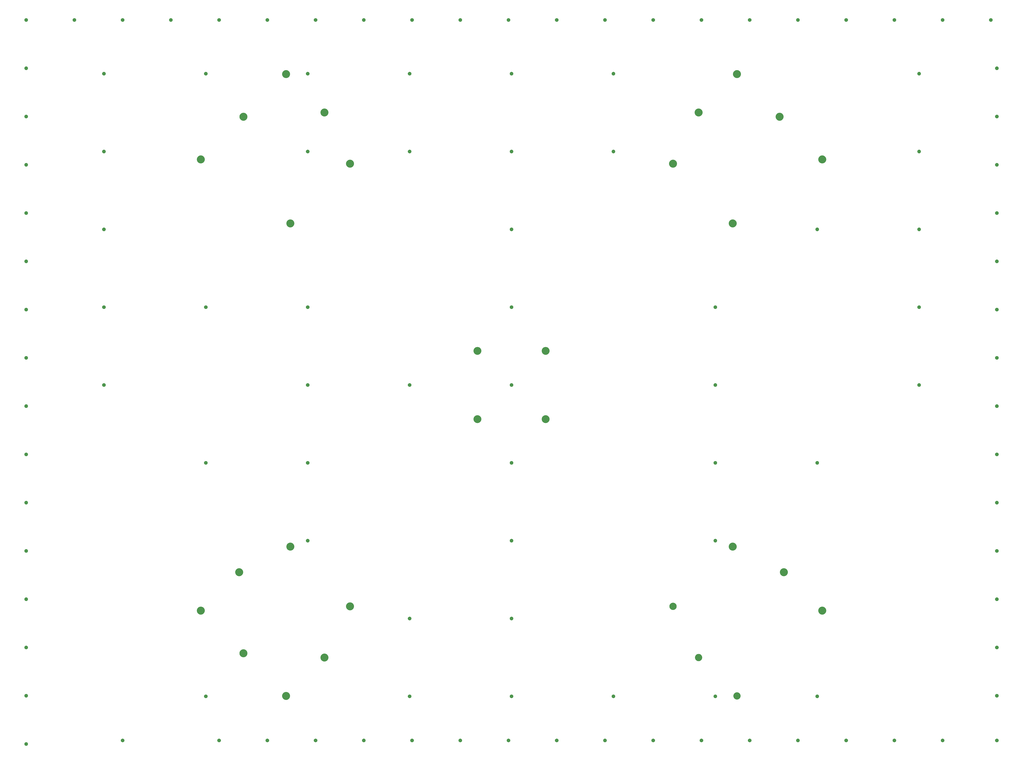
<source format=gbr>
%TF.GenerationSoftware,Altium Limited,Altium Designer,23.9.2 (47)*%
G04 Layer_Color=0*
%FSLAX45Y45*%
%MOMM*%
%TF.SameCoordinates,B27666AA-0A3C-4052-95A3-D01BD246DD82*%
%TF.FilePolarity,Positive*%
%TF.FileFunction,NonPlated,1,2,NPTH,Drill*%
%TF.Part,Single*%
G01*
G75*
G36*
X44753427Y35078427D02*
Y35057126D01*
X44758987Y35014886D01*
X44770013Y34973734D01*
X44786319Y34934375D01*
X44807620Y34897479D01*
X44833554Y34863681D01*
X44863681Y34833554D01*
X44897479Y34807620D01*
X44934375Y34786319D01*
X44973734Y34770013D01*
X45014886Y34758987D01*
X45057126Y34753427D01*
X45078427D01*
X45099728D01*
X45141968Y34758987D01*
X45183118Y34770013D01*
X45222479Y34786319D01*
X45259375Y34807620D01*
X45293173Y34833554D01*
X45323300Y34863681D01*
X45349234Y34897479D01*
X45370535Y34934375D01*
X45386841Y34973734D01*
X45397867Y35014886D01*
X45403427Y35057126D01*
Y35078427D01*
Y35099728D01*
X45397867Y35141968D01*
X45386841Y35183118D01*
X45370535Y35222479D01*
X45349234Y35259375D01*
X45323300Y35293173D01*
X45293173Y35323300D01*
X45259375Y35349234D01*
X45222479Y35370535D01*
X45183118Y35386841D01*
X45141968Y35397867D01*
X45099728Y35403427D01*
X45078427D01*
X45057126D01*
X45014886Y35397867D01*
X44973734Y35386841D01*
X44934375Y35370535D01*
X44897479Y35349234D01*
X44863681Y35323300D01*
X44833554Y35293173D01*
X44807620Y35259375D01*
X44786319Y35222479D01*
X44770013Y35183118D01*
X44758987Y35141968D01*
X44753427Y35099728D01*
Y35078427D01*
D01*
D02*
G37*
G36*
X39096573Y29421573D02*
Y29400272D01*
X39102133Y29358032D01*
X39113159Y29316882D01*
X39129465Y29277521D01*
X39150766Y29240625D01*
X39176700Y29206827D01*
X39206827Y29176700D01*
X39240625Y29150766D01*
X39277521Y29129462D01*
X39316882Y29113159D01*
X39358032Y29102133D01*
X39400272Y29096573D01*
X39421573D01*
X39442874D01*
X39485114Y29102133D01*
X39526266Y29113159D01*
X39565625Y29129462D01*
X39602521Y29150766D01*
X39636319Y29176700D01*
X39666446Y29206827D01*
X39692380Y29240625D01*
X39713681Y29277521D01*
X39729987Y29316882D01*
X39741013Y29358032D01*
X39746573Y29400272D01*
Y29421573D01*
Y29442874D01*
X39741013Y29485114D01*
X39729987Y29526266D01*
X39713681Y29565625D01*
X39692380Y29602521D01*
X39666446Y29636319D01*
X39636319Y29666446D01*
X39602521Y29692380D01*
X39565625Y29713681D01*
X39526266Y29729984D01*
X39485114Y29741013D01*
X39442874Y29746573D01*
X39421573D01*
X39400272D01*
X39358032Y29741013D01*
X39316882Y29729984D01*
X39277521Y29713681D01*
X39240625Y29692380D01*
X39206827Y29666446D01*
X39176700Y29636319D01*
X39150766Y29602521D01*
X39129465Y29565625D01*
X39113159Y29526266D01*
X39102133Y29485114D01*
X39096573Y29442874D01*
Y29421573D01*
D01*
D02*
G37*
G36*
Y35078427D02*
Y35057126D01*
X39102133Y35014886D01*
X39113159Y34973734D01*
X39129465Y34934375D01*
X39150766Y34897479D01*
X39176700Y34863681D01*
X39206827Y34833554D01*
X39240625Y34807620D01*
X39277521Y34786319D01*
X39316882Y34770013D01*
X39358032Y34758987D01*
X39400272Y34753427D01*
X39421573D01*
X39442874D01*
X39485114Y34758987D01*
X39526266Y34770013D01*
X39565625Y34786319D01*
X39602521Y34807620D01*
X39636319Y34833554D01*
X39666446Y34863681D01*
X39692380Y34897479D01*
X39713681Y34934375D01*
X39729987Y34973734D01*
X39741013Y35014886D01*
X39746573Y35057126D01*
Y35078427D01*
Y35099728D01*
X39741013Y35141968D01*
X39729987Y35183118D01*
X39713681Y35222479D01*
X39692380Y35259375D01*
X39666446Y35293173D01*
X39636319Y35323300D01*
X39602521Y35349234D01*
X39565625Y35370535D01*
X39526266Y35386841D01*
X39485114Y35397867D01*
X39442874Y35403427D01*
X39421573D01*
X39400272D01*
X39358032Y35397867D01*
X39316882Y35386841D01*
X39277521Y35370535D01*
X39240625Y35349234D01*
X39206827Y35323300D01*
X39176700Y35293173D01*
X39150766Y35259375D01*
X39129465Y35222479D01*
X39113159Y35183118D01*
X39102133Y35141968D01*
X39096573Y35099728D01*
Y35078427D01*
D01*
D02*
G37*
G36*
X42100000Y32250000D02*
Y32235226D01*
X42105765Y32206247D01*
X42117072Y32178949D01*
X42133487Y32154379D01*
X42154382Y32133487D01*
X42178949Y32117072D01*
X42206247Y32105765D01*
X42235226Y32100000D01*
X42250000D01*
X42264774D01*
X42293753Y32105765D01*
X42321051Y32117072D01*
X42345618Y32133487D01*
X42366513Y32154379D01*
X42382928Y32178949D01*
X42394235Y32206247D01*
X42400000Y32235226D01*
Y32250000D01*
Y32264774D01*
X42394235Y32293753D01*
X42382928Y32321051D01*
X42366513Y32345618D01*
X42345618Y32366513D01*
X42321051Y32382928D01*
X42293753Y32394235D01*
X42264774Y32400000D01*
X42250000D01*
X42235226D01*
X42206247Y32394235D01*
X42178949Y32382928D01*
X42154382Y32366513D01*
X42133487Y32345618D01*
X42117072Y32321051D01*
X42105765Y32293753D01*
X42100000Y32264774D01*
Y32250000D01*
D01*
D02*
G37*
G36*
X44753427Y29421573D02*
Y29400272D01*
X44758987Y29358032D01*
X44770013Y29316882D01*
X44786319Y29277521D01*
X44807620Y29240625D01*
X44833554Y29206827D01*
X44863681Y29176700D01*
X44897479Y29150766D01*
X44934375Y29129462D01*
X44973734Y29113159D01*
X45014886Y29102133D01*
X45057126Y29096573D01*
X45078427D01*
X45099728D01*
X45141968Y29102133D01*
X45183118Y29113159D01*
X45222479Y29129462D01*
X45259375Y29150766D01*
X45293173Y29176700D01*
X45323300Y29206827D01*
X45349234Y29240625D01*
X45370535Y29277521D01*
X45386841Y29316882D01*
X45397867Y29358032D01*
X45403427Y29400272D01*
Y29421573D01*
Y29442874D01*
X45397867Y29485114D01*
X45386841Y29526266D01*
X45370535Y29565625D01*
X45349234Y29602521D01*
X45323300Y29636319D01*
X45293173Y29666446D01*
X45259375Y29692380D01*
X45222479Y29713681D01*
X45183118Y29729984D01*
X45141968Y29741013D01*
X45099728Y29746573D01*
X45078427D01*
X45057126D01*
X45014886Y29741013D01*
X44973734Y29729984D01*
X44934375Y29713681D01*
X44897479Y29692380D01*
X44863681Y29666446D01*
X44833554Y29636319D01*
X44807620Y29602521D01*
X44786319Y29565625D01*
X44770013Y29526266D01*
X44758987Y29485114D01*
X44753427Y29442874D01*
Y29421573D01*
D01*
D02*
G37*
G36*
X33650000Y32250000D02*
Y32235226D01*
X33655765Y32206247D01*
X33667072Y32178949D01*
X33683487Y32154379D01*
X33704379Y32133487D01*
X33728949Y32117072D01*
X33756247Y32105765D01*
X33785226Y32100000D01*
X33800000D01*
X33814774D01*
X33843753Y32105765D01*
X33871051Y32117072D01*
X33895618Y32133487D01*
X33916513Y32154379D01*
X33932928Y32178949D01*
X33944235Y32206247D01*
X33950000Y32235226D01*
Y32250000D01*
Y32264774D01*
X33944235Y32293753D01*
X33932928Y32321051D01*
X33916513Y32345618D01*
X33895618Y32366513D01*
X33871051Y32382928D01*
X33843753Y32394235D01*
X33814774Y32400000D01*
X33800000D01*
X33785226D01*
X33756247Y32394235D01*
X33728949Y32382928D01*
X33704379Y32366513D01*
X33683487Y32345618D01*
X33667072Y32321051D01*
X33655765Y32293753D01*
X33650000Y32264774D01*
Y32250000D01*
D01*
D02*
G37*
G36*
X42100000Y25800000D02*
Y25785226D01*
X42105765Y25756247D01*
X42117072Y25728949D01*
X42133487Y25704379D01*
X42154382Y25683487D01*
X42178949Y25667072D01*
X42206247Y25655765D01*
X42235226Y25650000D01*
X42250000D01*
X42264774D01*
X42293753Y25655765D01*
X42321051Y25667072D01*
X42345618Y25683487D01*
X42366513Y25704379D01*
X42382928Y25728949D01*
X42394235Y25756247D01*
X42400000Y25785226D01*
Y25800000D01*
Y25814774D01*
X42394235Y25843753D01*
X42382928Y25871051D01*
X42366513Y25895618D01*
X42345618Y25916513D01*
X42321051Y25932928D01*
X42293753Y25944235D01*
X42264774Y25950000D01*
X42250000D01*
X42235226D01*
X42206247Y25944235D01*
X42178949Y25932928D01*
X42154382Y25916513D01*
X42133487Y25895618D01*
X42117072Y25871051D01*
X42105765Y25843753D01*
X42100000Y25814774D01*
Y25800000D01*
D01*
D02*
G37*
G36*
X50700000Y51450000D02*
X50685226D01*
X50656247Y51455762D01*
X50628949Y51467072D01*
X50604379Y51483490D01*
X50583487Y51504382D01*
X50567072Y51528949D01*
X50555765Y51556244D01*
X50550000Y51585223D01*
Y51600000D01*
Y51614777D01*
X50555765Y51643750D01*
X50567072Y51671051D01*
X50583487Y51695618D01*
X50604379Y51716510D01*
X50628949Y51732928D01*
X50656247Y51744232D01*
X50685226Y51750000D01*
X50700000D01*
X50714774D01*
X50743753Y51744232D01*
X50771051Y51732928D01*
X50795618Y51716510D01*
X50816513Y51695618D01*
X50832928Y51671051D01*
X50844235Y51643750D01*
X50850000Y51614777D01*
Y51600000D01*
Y51585223D01*
X50844235Y51556244D01*
X50832928Y51528949D01*
X50816513Y51504382D01*
X50795618Y51483490D01*
X50771051Y51467072D01*
X50743753Y51455762D01*
X50714774Y51450000D01*
X50700000D01*
D01*
D02*
G37*
G36*
X55342603Y13907651D02*
Y13887987D01*
X55347736Y13848997D01*
X55357916Y13811011D01*
X55372961Y13774680D01*
X55392627Y13740620D01*
X55416565Y13709422D01*
X55444373Y13681615D01*
X55475574Y13657674D01*
X55509631Y13638011D01*
X55545966Y13622961D01*
X55583948Y13612782D01*
X55622937Y13607651D01*
X55642603D01*
X55662262D01*
X55701257Y13612782D01*
X55739240Y13622961D01*
X55775574Y13638011D01*
X55809631Y13657674D01*
X55840833Y13681615D01*
X55868640Y13709422D01*
X55892578Y13740620D01*
X55912244Y13774680D01*
X55927289Y13811011D01*
X55937469Y13848997D01*
X55942603Y13887987D01*
Y13907651D01*
Y13927313D01*
X55937469Y13966302D01*
X55927289Y14004289D01*
X55912244Y14040620D01*
X55892578Y14074680D01*
X55868640Y14105878D01*
X55840833Y14133685D01*
X55809631Y14157626D01*
X55775574Y14177289D01*
X55739240Y14192339D01*
X55701257Y14202518D01*
X55662262Y14207651D01*
X55642603D01*
X55622937D01*
X55583948Y14202518D01*
X55545966Y14192339D01*
X55509631Y14177289D01*
X55475574Y14157626D01*
X55444373Y14133685D01*
X55416565Y14105878D01*
X55392627Y14074680D01*
X55372961Y14040620D01*
X55357916Y14004289D01*
X55347736Y13966302D01*
X55342603Y13927313D01*
Y13907651D01*
D01*
D02*
G37*
G36*
X67686969Y13554097D02*
Y13532468D01*
X67692615Y13489578D01*
X67703815Y13447794D01*
X67720367Y13407828D01*
X67741998Y13370364D01*
X67768335Y13336044D01*
X67798920Y13305457D01*
X67833240Y13279123D01*
X67870703Y13257494D01*
X67910669Y13240939D01*
X67952454Y13229742D01*
X67995343Y13224097D01*
X68016974D01*
X68038599D01*
X68081488Y13229742D01*
X68123273Y13240939D01*
X68163239Y13257494D01*
X68200702Y13279123D01*
X68235022Y13305457D01*
X68265613Y13336044D01*
X68291943Y13370364D01*
X68313574Y13407828D01*
X68330127Y13447794D01*
X68341327Y13489578D01*
X68346973Y13532468D01*
Y13554097D01*
Y13575726D01*
X68341327Y13618614D01*
X68330127Y13660399D01*
X68313574Y13700365D01*
X68291943Y13737828D01*
X68265613Y13772147D01*
X68235022Y13802736D01*
X68200702Y13829070D01*
X68163239Y13850700D01*
X68123273Y13867255D01*
X68081488Y13878450D01*
X68038599Y13884097D01*
X68016974D01*
X67995343D01*
X67952454Y13878450D01*
X67910669Y13867255D01*
X67870703Y13850700D01*
X67833240Y13829070D01*
X67798920Y13802736D01*
X67768335Y13772147D01*
X67741998Y13737828D01*
X67720367Y13700365D01*
X67703815Y13660399D01*
X67692615Y13618614D01*
X67686969Y13575726D01*
Y13554097D01*
D01*
D02*
G37*
G36*
X64504993Y16736076D02*
Y16714449D01*
X64510638Y16671559D01*
X64521832Y16629774D01*
X64538385Y16589809D01*
X64560016Y16552345D01*
X64586353Y16518027D01*
X64616937Y16487437D01*
X64651257Y16461102D01*
X64688721Y16439474D01*
X64728687Y16422920D01*
X64770471Y16411723D01*
X64813361Y16406078D01*
X64834991D01*
X64856622D01*
X64899512Y16411723D01*
X64941290Y16422920D01*
X64981256Y16439474D01*
X65018719Y16461102D01*
X65053040Y16487437D01*
X65083630Y16518027D01*
X65109967Y16552345D01*
X65131592Y16589809D01*
X65148151Y16629774D01*
X65159344Y16671559D01*
X65164990Y16714449D01*
Y16736076D01*
Y16757706D01*
X65159344Y16800595D01*
X65148151Y16842380D01*
X65131592Y16882346D01*
X65109967Y16919809D01*
X65083630Y16954128D01*
X65053040Y16984717D01*
X65018719Y17011050D01*
X64981256Y17032680D01*
X64941290Y17049236D01*
X64899512Y17060431D01*
X64856622Y17066077D01*
X64834991D01*
X64813361D01*
X64770471Y17060431D01*
X64728687Y17049236D01*
X64688721Y17032680D01*
X64651257Y17011050D01*
X64616937Y16984717D01*
X64586353Y16954128D01*
X64560016Y16919809D01*
X64538385Y16882346D01*
X64521832Y16842380D01*
X64510638Y16800595D01*
X64504993Y16757706D01*
Y16736076D01*
D01*
D02*
G37*
G36*
X59000000Y19350000D02*
Y19335226D01*
X59005762Y19306245D01*
X59017072Y19278947D01*
X59033490Y19254379D01*
X59054382Y19233487D01*
X59078949Y19217072D01*
X59106250Y19205763D01*
X59135223Y19200000D01*
X59150000D01*
X59164777D01*
X59193750Y19205763D01*
X59221051Y19217072D01*
X59245618Y19233487D01*
X59266510Y19254379D01*
X59282928Y19278947D01*
X59294232Y19306245D01*
X59300000Y19335226D01*
Y19350000D01*
Y19364774D01*
X59294232Y19393753D01*
X59282928Y19421051D01*
X59266510Y19445619D01*
X59245618Y19466512D01*
X59221051Y19482928D01*
X59193750Y19494235D01*
X59164777Y19500000D01*
X59150000D01*
X59135223D01*
X59106250Y19494235D01*
X59078949Y19482928D01*
X59054382Y19466512D01*
X59033490Y19445619D01*
X59017072Y19421051D01*
X59005762Y19393753D01*
X59000000Y19364774D01*
Y19350000D01*
D01*
D02*
G37*
G36*
X60262347Y18857397D02*
Y18835768D01*
X60267993Y18792879D01*
X60279193Y18751096D01*
X60295746Y18711130D01*
X60317377Y18673666D01*
X60343707Y18639346D01*
X60374298Y18608759D01*
X60408618Y18582423D01*
X60446082Y18560794D01*
X60486047Y18544240D01*
X60527832Y18533043D01*
X60570721Y18527397D01*
X60592352D01*
X60613977D01*
X60656866Y18533043D01*
X60698651Y18544240D01*
X60738617Y18560794D01*
X60776080Y18582423D01*
X60810400Y18608759D01*
X60840991Y18639346D01*
X60867322Y18673666D01*
X60888953Y18711130D01*
X60905505Y18751096D01*
X60916705Y18792879D01*
X60922351Y18835768D01*
Y18857397D01*
Y18879027D01*
X60916705Y18921915D01*
X60905505Y18963699D01*
X60888953Y19003667D01*
X60867322Y19041129D01*
X60840991Y19075449D01*
X60810400Y19106036D01*
X60776080Y19132372D01*
X60738617Y19153999D01*
X60698651Y19170555D01*
X60656866Y19181750D01*
X60613977Y19187396D01*
X60592352D01*
X60570721D01*
X60527832Y19181750D01*
X60486047Y19170555D01*
X60446082Y19153999D01*
X60408618Y19132372D01*
X60374298Y19106036D01*
X60343707Y19075449D01*
X60317377Y19041129D01*
X60295746Y19003667D01*
X60279193Y18963699D01*
X60267993Y18921915D01*
X60262347Y18879027D01*
Y18857397D01*
D01*
D02*
G37*
G36*
X67450000Y25800000D02*
Y25785226D01*
X67455762Y25756247D01*
X67467072Y25728949D01*
X67483490Y25704379D01*
X67504382Y25683487D01*
X67528949Y25667072D01*
X67556244Y25655765D01*
X67585223Y25650000D01*
X67600000D01*
X67614777D01*
X67643750Y25655765D01*
X67671051Y25667072D01*
X67695618Y25683487D01*
X67716510Y25704379D01*
X67732928Y25728949D01*
X67744232Y25756247D01*
X67750000Y25785226D01*
Y25800000D01*
Y25814774D01*
X67744232Y25843753D01*
X67732928Y25871051D01*
X67716510Y25895618D01*
X67695618Y25916513D01*
X67671051Y25932928D01*
X67643750Y25944235D01*
X67614777Y25950000D01*
X67600000D01*
X67585223D01*
X67556244Y25944235D01*
X67528949Y25932928D01*
X67504382Y25916513D01*
X67483490Y25895618D01*
X67467072Y25871051D01*
X67455762Y25843753D01*
X67450000Y25814774D01*
Y25800000D01*
D01*
D02*
G37*
G36*
X59000000D02*
Y25785226D01*
X59005762Y25756247D01*
X59017072Y25728949D01*
X59033490Y25704379D01*
X59054382Y25683487D01*
X59078949Y25667072D01*
X59106250Y25655765D01*
X59135223Y25650000D01*
X59150000D01*
X59164777D01*
X59193750Y25655765D01*
X59221051Y25667072D01*
X59245618Y25683487D01*
X59266510Y25704379D01*
X59282928Y25728949D01*
X59294232Y25756247D01*
X59300000Y25785226D01*
Y25800000D01*
Y25814774D01*
X59294232Y25843753D01*
X59282928Y25871051D01*
X59266510Y25895618D01*
X59245618Y25916513D01*
X59221051Y25932928D01*
X59193750Y25944235D01*
X59164777Y25950000D01*
X59150000D01*
X59135223D01*
X59106250Y25944235D01*
X59078949Y25932928D01*
X59054382Y25916513D01*
X59033490Y25895618D01*
X59017072Y25871051D01*
X59005762Y25843753D01*
X59000000Y25814774D01*
Y25800000D01*
D01*
D02*
G37*
G36*
Y32250000D02*
Y32235226D01*
X59005762Y32206247D01*
X59017072Y32178949D01*
X59033490Y32154379D01*
X59054382Y32133487D01*
X59078949Y32117072D01*
X59106250Y32105765D01*
X59135223Y32100000D01*
X59150000D01*
X59164777D01*
X59193750Y32105765D01*
X59221051Y32117072D01*
X59245618Y32133487D01*
X59266510Y32154379D01*
X59282928Y32178949D01*
X59294232Y32206247D01*
X59300000Y32235226D01*
Y32250000D01*
Y32264774D01*
X59294232Y32293753D01*
X59282928Y32321051D01*
X59266510Y32345618D01*
X59245618Y32366513D01*
X59221051Y32382928D01*
X59193750Y32394235D01*
X59164777Y32400000D01*
X59150000D01*
X59135223D01*
X59106250Y32394235D01*
X59078949Y32382928D01*
X59054382Y32366513D01*
X59033490Y32345618D01*
X59017072Y32321051D01*
X59005762Y32293753D01*
X59000000Y32264774D01*
Y32250000D01*
D01*
D02*
G37*
G36*
Y38700000D02*
Y38685226D01*
X59005762Y38656247D01*
X59017072Y38628949D01*
X59033490Y38604379D01*
X59054382Y38583487D01*
X59078949Y38567072D01*
X59106250Y38555765D01*
X59135223Y38550000D01*
X59150000D01*
X59164777D01*
X59193750Y38555765D01*
X59221051Y38567072D01*
X59245618Y38583487D01*
X59266510Y38604379D01*
X59282928Y38628949D01*
X59294232Y38656247D01*
X59300000Y38685226D01*
Y38700000D01*
Y38714774D01*
X59294232Y38743753D01*
X59282928Y38771051D01*
X59266510Y38795618D01*
X59245618Y38816513D01*
X59221051Y38832928D01*
X59193750Y38844235D01*
X59164777Y38850000D01*
X59150000D01*
X59135223D01*
X59106250Y38844235D01*
X59078949Y38832928D01*
X59054382Y38816513D01*
X59033490Y38795618D01*
X59017072Y38771051D01*
X59005762Y38743753D01*
X59000000Y38714774D01*
Y38700000D01*
D01*
D02*
G37*
G36*
X67450000Y45150000D02*
Y45135226D01*
X67455762Y45106247D01*
X67467072Y45078949D01*
X67483490Y45054379D01*
X67504382Y45033487D01*
X67528949Y45017072D01*
X67556244Y45005765D01*
X67585223Y45000000D01*
X67600000D01*
X67614777D01*
X67643750Y45005765D01*
X67671051Y45017072D01*
X67695618Y45033487D01*
X67716510Y45054379D01*
X67732928Y45078949D01*
X67744232Y45106247D01*
X67750000Y45135226D01*
Y45150000D01*
Y45164774D01*
X67744232Y45193753D01*
X67732928Y45221051D01*
X67716510Y45245618D01*
X67695618Y45266513D01*
X67671051Y45282928D01*
X67643750Y45294235D01*
X67614777Y45300000D01*
X67600000D01*
X67585223D01*
X67556244Y45294235D01*
X67528949Y45282928D01*
X67504382Y45266513D01*
X67483490Y45245618D01*
X67467072Y45221051D01*
X67455762Y45193753D01*
X67450000Y45164774D01*
Y45150000D01*
D01*
D02*
G37*
G36*
X60262347Y45642603D02*
Y45620972D01*
X60267993Y45578085D01*
X60279193Y45536301D01*
X60295746Y45496335D01*
X60317377Y45458871D01*
X60343707Y45424551D01*
X60374298Y45393964D01*
X60408618Y45367627D01*
X60446082Y45345999D01*
X60486047Y45329446D01*
X60527832Y45318250D01*
X60570721Y45312601D01*
X60592352D01*
X60613977D01*
X60656866Y45318250D01*
X60698651Y45329446D01*
X60738617Y45345999D01*
X60776080Y45367627D01*
X60810400Y45393964D01*
X60840991Y45424551D01*
X60867322Y45458871D01*
X60888953Y45496335D01*
X60905505Y45536301D01*
X60916705Y45578085D01*
X60922351Y45620972D01*
Y45642603D01*
Y45664233D01*
X60916705Y45707120D01*
X60905505Y45748904D01*
X60888953Y45788870D01*
X60867322Y45826334D01*
X60840991Y45860654D01*
X60810400Y45891241D01*
X60776080Y45917575D01*
X60738617Y45939206D01*
X60698651Y45955759D01*
X60656866Y45966956D01*
X60613977Y45972601D01*
X60592352D01*
X60570721D01*
X60527832Y45966956D01*
X60486047Y45955759D01*
X60446082Y45939206D01*
X60408618Y45917575D01*
X60374298Y45891241D01*
X60343707Y45860654D01*
X60317377Y45826334D01*
X60295746Y45788870D01*
X60279193Y45748904D01*
X60267993Y45707120D01*
X60262347Y45664233D01*
Y45642603D01*
D01*
D02*
G37*
G36*
X55312604Y50592349D02*
Y50570721D01*
X55318250Y50527832D01*
X55329443Y50486047D01*
X55345996Y50446082D01*
X55367627Y50408618D01*
X55393964Y50374298D01*
X55424548Y50343710D01*
X55458868Y50317377D01*
X55496332Y50295746D01*
X55536298Y50279193D01*
X55578082Y50267996D01*
X55620972Y50262350D01*
X55642603D01*
X55664233D01*
X55707123Y50267996D01*
X55748907Y50279193D01*
X55788873Y50295746D01*
X55826337Y50317377D01*
X55860651Y50343710D01*
X55891241Y50374298D01*
X55917578Y50408618D01*
X55939203Y50446082D01*
X55955762Y50486047D01*
X55966956Y50527832D01*
X55972601Y50570721D01*
Y50592349D01*
Y50613980D01*
X55966956Y50656870D01*
X55955762Y50698651D01*
X55939203Y50738617D01*
X55917578Y50776080D01*
X55891241Y50810400D01*
X55860651Y50840988D01*
X55826337Y50867325D01*
X55788873Y50888953D01*
X55748907Y50905508D01*
X55707123Y50916705D01*
X55664233Y50922351D01*
X55642603D01*
X55620972D01*
X55578082Y50916705D01*
X55536298Y50905508D01*
X55496332Y50888953D01*
X55458868Y50867325D01*
X55424548Y50840988D01*
X55393964Y50810400D01*
X55367627Y50776080D01*
X55345996Y50738617D01*
X55329443Y50698651D01*
X55318250Y50656870D01*
X55312604Y50613980D01*
Y50592349D01*
D01*
D02*
G37*
G36*
X67686969Y50945901D02*
Y50924274D01*
X67692615Y50881384D01*
X67703815Y50839600D01*
X67720367Y50799634D01*
X67741998Y50762173D01*
X67768335Y50727853D01*
X67798920Y50697263D01*
X67833240Y50670929D01*
X67870703Y50649301D01*
X67910669Y50632745D01*
X67952454Y50621548D01*
X67995343Y50615903D01*
X68016974D01*
X68038599D01*
X68081488Y50621548D01*
X68123273Y50632745D01*
X68163239Y50649301D01*
X68200702Y50670929D01*
X68235022Y50697263D01*
X68265613Y50727853D01*
X68291943Y50762173D01*
X68313574Y50799634D01*
X68330127Y50839600D01*
X68341327Y50881384D01*
X68346973Y50924274D01*
Y50945901D01*
Y50967532D01*
X68341327Y51010422D01*
X68330127Y51052206D01*
X68313574Y51092172D01*
X68291943Y51129636D01*
X68265613Y51163953D01*
X68235022Y51194543D01*
X68200702Y51220874D01*
X68163239Y51242505D01*
X68123273Y51259064D01*
X68081488Y51270258D01*
X68038599Y51275903D01*
X68016974D01*
X67995343D01*
X67952454Y51270258D01*
X67910669Y51259064D01*
X67870703Y51242505D01*
X67833240Y51220874D01*
X67798920Y51194543D01*
X67768335Y51163953D01*
X67741998Y51129636D01*
X67720367Y51092172D01*
X67703815Y51052206D01*
X67692615Y51010422D01*
X67686969Y50967532D01*
Y50945901D01*
D01*
D02*
G37*
G36*
X64151434Y54481439D02*
Y54459808D01*
X64157080Y54416919D01*
X64168280Y54375134D01*
X64184833Y54335168D01*
X64206464Y54297705D01*
X64232800Y54263385D01*
X64263385Y54232800D01*
X64297705Y54206464D01*
X64335168Y54184833D01*
X64375134Y54168280D01*
X64416919Y54157080D01*
X64459808Y54151434D01*
X64481439D01*
X64503064D01*
X64545953Y54157080D01*
X64587738Y54168280D01*
X64627704Y54184833D01*
X64665167Y54206464D01*
X64699487Y54232800D01*
X64730078Y54263385D01*
X64756409Y54297705D01*
X64778040Y54335168D01*
X64794592Y54375134D01*
X64805792Y54416919D01*
X64811438Y54459808D01*
Y54481439D01*
Y54503064D01*
X64805792Y54545953D01*
X64794592Y54587738D01*
X64778040Y54627704D01*
X64756409Y54665167D01*
X64730078Y54699487D01*
X64699487Y54730078D01*
X64665167Y54756409D01*
X64627704Y54778040D01*
X64587738Y54794592D01*
X64545953Y54805792D01*
X64503064Y54811438D01*
X64481439D01*
X64459808D01*
X64416919Y54805792D01*
X64375134Y54794592D01*
X64335168Y54778040D01*
X64297705Y54756409D01*
X64263385Y54730078D01*
X64232800Y54699487D01*
X64206464Y54665167D01*
X64184833Y54627704D01*
X64168280Y54587738D01*
X64157080Y54545953D01*
X64151434Y54503064D01*
Y54481439D01*
D01*
D02*
G37*
G36*
X57433923Y54834991D02*
Y54813361D01*
X57439569Y54770471D01*
X57450763Y54728687D01*
X57467322Y54688721D01*
X57488947Y54651257D01*
X57515283Y54616937D01*
X57545874Y54586353D01*
X57580188Y54560016D01*
X57617651Y54538385D01*
X57657617Y54521832D01*
X57699408Y54510638D01*
X57742291Y54504993D01*
X57763922D01*
X57785553D01*
X57828442Y54510638D01*
X57870227Y54521832D01*
X57910193Y54538385D01*
X57947656Y54560016D01*
X57981976Y54586353D01*
X58012561Y54616937D01*
X58038898Y54651257D01*
X58060529Y54688721D01*
X58077081Y54728687D01*
X58088275Y54770471D01*
X58093921Y54813361D01*
Y54834991D01*
Y54856622D01*
X58088275Y54899506D01*
X58077081Y54941290D01*
X58060529Y54981256D01*
X58038898Y55018719D01*
X58012561Y55053040D01*
X57981976Y55083630D01*
X57947656Y55109967D01*
X57910193Y55131592D01*
X57870227Y55148151D01*
X57828442Y55159344D01*
X57785553Y55164990D01*
X57763922D01*
X57742291D01*
X57699408Y55159344D01*
X57657617Y55148151D01*
X57617651Y55131592D01*
X57580188Y55109967D01*
X57545874Y55083630D01*
X57515283Y55053040D01*
X57488947Y55018719D01*
X57467322Y54981256D01*
X57450763Y54941290D01*
X57439569Y54899506D01*
X57433923Y54856622D01*
Y54834991D01*
D01*
D02*
G37*
G36*
X60615906Y58016974D02*
Y57995343D01*
X60621552Y57952454D01*
X60632745Y57910669D01*
X60649298Y57870703D01*
X60670929Y57833240D01*
X60697266Y57798920D01*
X60727850Y57768335D01*
X60762170Y57741998D01*
X60799634Y57720367D01*
X60839600Y57703815D01*
X60881384Y57692615D01*
X60924274Y57686969D01*
X60945905D01*
X60967529D01*
X61010419Y57692615D01*
X61052203Y57703815D01*
X61092169Y57720367D01*
X61129633Y57741998D01*
X61163953Y57768335D01*
X61194543Y57798920D01*
X61220874Y57833240D01*
X61242505Y57870703D01*
X61259064Y57910669D01*
X61270258Y57952454D01*
X61275903Y57995343D01*
Y58016974D01*
Y58038599D01*
X61270258Y58081488D01*
X61259064Y58123273D01*
X61242505Y58163239D01*
X61220874Y58200702D01*
X61194543Y58235022D01*
X61163953Y58265613D01*
X61129633Y58291943D01*
X61092169Y58313574D01*
X61052203Y58330127D01*
X61010419Y58341327D01*
X60967529Y58346973D01*
X60945905D01*
X60924274D01*
X60881384Y58341327D01*
X60839600Y58330127D01*
X60799634Y58313574D01*
X60762170Y58291943D01*
X60727850Y58265613D01*
X60697266Y58235022D01*
X60670929Y58200702D01*
X60649298Y58163239D01*
X60632745Y58123273D01*
X60621552Y58081488D01*
X60615906Y58038599D01*
Y58016974D01*
D01*
D02*
G37*
G36*
X50000000Y62350000D02*
X49985226D01*
X49956247Y62355762D01*
X49928949Y62367072D01*
X49904382Y62383490D01*
X49883487Y62404382D01*
X49867072Y62428949D01*
X49855765Y62456244D01*
X49850000Y62485223D01*
Y62500000D01*
Y62514777D01*
X49855765Y62543750D01*
X49867072Y62571051D01*
X49883487Y62595618D01*
X49904382Y62616510D01*
X49928949Y62632928D01*
X49956247Y62644232D01*
X49985226Y62650000D01*
X50000000D01*
X50014774D01*
X50043753Y62644232D01*
X50071051Y62632928D01*
X50095618Y62616510D01*
X50116513Y62595618D01*
X50132928Y62571051D01*
X50144235Y62543750D01*
X50150000Y62514777D01*
Y62500000D01*
Y62485223D01*
X50144235Y62456244D01*
X50132928Y62428949D01*
X50116513Y62404382D01*
X50095618Y62383490D01*
X50071051Y62367072D01*
X50043753Y62355762D01*
X50014774Y62350000D01*
X50000000D01*
D01*
D02*
G37*
G36*
X54000000D02*
X53985223D01*
X53956244Y62355762D01*
X53928949Y62367072D01*
X53904382Y62383490D01*
X53883490Y62404382D01*
X53867072Y62428949D01*
X53855762Y62456244D01*
X53850000Y62485223D01*
Y62500000D01*
Y62514777D01*
X53855762Y62543750D01*
X53867072Y62571051D01*
X53883490Y62595618D01*
X53904382Y62616510D01*
X53928949Y62632928D01*
X53956244Y62644232D01*
X53985223Y62650000D01*
X54000000D01*
X54014777D01*
X54043750Y62644232D01*
X54071051Y62632928D01*
X54095618Y62616510D01*
X54116510Y62595618D01*
X54132928Y62571051D01*
X54144232Y62543750D01*
X54150000Y62514777D01*
Y62500000D01*
Y62485223D01*
X54144232Y62456244D01*
X54132928Y62428949D01*
X54116510Y62404382D01*
X54095618Y62383490D01*
X54071051Y62367072D01*
X54043750Y62355762D01*
X54014777Y62350000D01*
X54000000D01*
D01*
D02*
G37*
G36*
X58000000D02*
X57985223D01*
X57956250Y62355762D01*
X57928949Y62367072D01*
X57904382Y62383490D01*
X57883490Y62404382D01*
X57867072Y62428949D01*
X57855762Y62456244D01*
X57850000Y62485223D01*
Y62500000D01*
Y62514777D01*
X57855762Y62543750D01*
X57867072Y62571051D01*
X57883490Y62595618D01*
X57904382Y62616510D01*
X57928949Y62632928D01*
X57956250Y62644232D01*
X57985223Y62650000D01*
X58000000D01*
X58014777D01*
X58043750Y62644232D01*
X58071051Y62632928D01*
X58095618Y62616510D01*
X58116510Y62595618D01*
X58132928Y62571051D01*
X58144238Y62543750D01*
X58150000Y62514777D01*
Y62500000D01*
Y62485223D01*
X58144238Y62456244D01*
X58132928Y62428949D01*
X58116510Y62404382D01*
X58095618Y62383490D01*
X58071051Y62367072D01*
X58043750Y62355762D01*
X58014777Y62350000D01*
X58000000D01*
D01*
D02*
G37*
G36*
X62000000D02*
X61985223D01*
X61956244Y62355762D01*
X61928949Y62367072D01*
X61904382Y62383490D01*
X61883490Y62404382D01*
X61867072Y62428949D01*
X61855762Y62456244D01*
X61850000Y62485223D01*
Y62500000D01*
Y62514777D01*
X61855762Y62543750D01*
X61867072Y62571051D01*
X61883490Y62595618D01*
X61904382Y62616510D01*
X61928949Y62632928D01*
X61956244Y62644232D01*
X61985223Y62650000D01*
X62000000D01*
X62014777D01*
X62043750Y62644232D01*
X62071051Y62632928D01*
X62095618Y62616510D01*
X62116510Y62595618D01*
X62132928Y62571051D01*
X62144232Y62543750D01*
X62150000Y62514777D01*
Y62500000D01*
Y62485223D01*
X62144232Y62456244D01*
X62132928Y62428949D01*
X62116510Y62404382D01*
X62095618Y62383490D01*
X62071051Y62367072D01*
X62043750Y62355762D01*
X62014777Y62350000D01*
X62000000D01*
D01*
D02*
G37*
G36*
X65850000Y62500000D02*
Y62485223D01*
X65855762Y62456244D01*
X65867072Y62428949D01*
X65883490Y62404382D01*
X65904382Y62383490D01*
X65928949Y62367072D01*
X65956250Y62355762D01*
X65985223Y62350000D01*
X66000000D01*
X66014777D01*
X66043750Y62355762D01*
X66071051Y62367072D01*
X66095618Y62383490D01*
X66116510Y62404382D01*
X66132928Y62428949D01*
X66144238Y62456244D01*
X66150000Y62485223D01*
Y62500000D01*
Y62514777D01*
X66144238Y62543750D01*
X66132928Y62571051D01*
X66116510Y62595618D01*
X66095618Y62616510D01*
X66071051Y62632928D01*
X66043750Y62644232D01*
X66014777Y62650000D01*
X66000000D01*
X65985223D01*
X65956250Y62644232D01*
X65928949Y62632928D01*
X65904382Y62616510D01*
X65883490Y62595618D01*
X65867072Y62571051D01*
X65855762Y62543750D01*
X65850000Y62514777D01*
Y62500000D01*
D01*
D02*
G37*
G36*
X69850000D02*
Y62485223D01*
X69855762Y62456244D01*
X69867072Y62428949D01*
X69883490Y62404382D01*
X69904382Y62383490D01*
X69928949Y62367072D01*
X69956244Y62355762D01*
X69985223Y62350000D01*
X70000000D01*
X70014777D01*
X70043750Y62355762D01*
X70071051Y62367072D01*
X70095618Y62383490D01*
X70116510Y62404382D01*
X70132928Y62428949D01*
X70144232Y62456244D01*
X70150000Y62485223D01*
Y62500000D01*
Y62514777D01*
X70144232Y62543750D01*
X70132928Y62571051D01*
X70116510Y62595618D01*
X70095618Y62616510D01*
X70071051Y62632928D01*
X70043750Y62644232D01*
X70014777Y62650000D01*
X70000000D01*
X69985223D01*
X69956244Y62644232D01*
X69928949Y62632928D01*
X69904382Y62616510D01*
X69883490Y62595618D01*
X69867072Y62571051D01*
X69855762Y62543750D01*
X69850000Y62514777D01*
Y62500000D01*
D01*
D02*
G37*
G36*
X73850000D02*
Y62485223D01*
X73855762Y62456244D01*
X73867072Y62428949D01*
X73883490Y62404382D01*
X73904382Y62383490D01*
X73928949Y62367072D01*
X73956250Y62355762D01*
X73985223Y62350000D01*
X74000000D01*
X74014777D01*
X74043750Y62355762D01*
X74071051Y62367072D01*
X74095618Y62383490D01*
X74116510Y62404382D01*
X74132928Y62428949D01*
X74144238Y62456244D01*
X74150000Y62485223D01*
Y62500000D01*
Y62514777D01*
X74144238Y62543750D01*
X74132928Y62571051D01*
X74116510Y62595618D01*
X74095618Y62616510D01*
X74071051Y62632928D01*
X74043750Y62644232D01*
X74014777Y62650000D01*
X74000000D01*
X73985223D01*
X73956250Y62644232D01*
X73928949Y62632928D01*
X73904382Y62616510D01*
X73883490Y62595618D01*
X73867072Y62571051D01*
X73855762Y62543750D01*
X73850000Y62514777D01*
Y62500000D01*
D01*
D02*
G37*
G36*
X77850000D02*
Y62485223D01*
X77855762Y62456244D01*
X77867072Y62428949D01*
X77883490Y62404382D01*
X77904382Y62383490D01*
X77928949Y62367072D01*
X77956244Y62355762D01*
X77985223Y62350000D01*
X78000000D01*
X78014777D01*
X78043750Y62355762D01*
X78071051Y62367072D01*
X78095618Y62383490D01*
X78116510Y62404382D01*
X78132928Y62428949D01*
X78144232Y62456244D01*
X78150000Y62485223D01*
Y62500000D01*
Y62514777D01*
X78144232Y62543750D01*
X78132928Y62571051D01*
X78116510Y62595618D01*
X78095618Y62616510D01*
X78071051Y62632928D01*
X78043750Y62644232D01*
X78014777Y62650000D01*
X78000000D01*
X77985223D01*
X77956244Y62644232D01*
X77928949Y62632928D01*
X77904382Y62616510D01*
X77883490Y62595618D01*
X77867072Y62571051D01*
X77855762Y62543750D01*
X77850000Y62514777D01*
Y62500000D01*
D01*
D02*
G37*
G36*
X81850000D02*
Y62485223D01*
X81855762Y62456244D01*
X81867072Y62428949D01*
X81883490Y62404382D01*
X81904382Y62383490D01*
X81928949Y62367072D01*
X81956250Y62355762D01*
X81985223Y62350000D01*
X82000000D01*
X82014777D01*
X82043750Y62355762D01*
X82071051Y62367072D01*
X82095618Y62383490D01*
X82116510Y62404382D01*
X82132928Y62428949D01*
X82144238Y62456244D01*
X82150000Y62485223D01*
Y62500000D01*
Y62514777D01*
X82144238Y62543750D01*
X82132928Y62571051D01*
X82116510Y62595618D01*
X82095618Y62616510D01*
X82071051Y62632928D01*
X82043750Y62644232D01*
X82014777Y62650000D01*
X82000000D01*
X81985223D01*
X81956250Y62644232D01*
X81928949Y62632928D01*
X81904382Y62616510D01*
X81883490Y62595618D01*
X81867072Y62571051D01*
X81855762Y62543750D01*
X81850000Y62514777D01*
Y62500000D01*
D01*
D02*
G37*
G36*
X75900000Y58050000D02*
Y58035223D01*
X75905762Y58006244D01*
X75917072Y57978949D01*
X75933490Y57954382D01*
X75954382Y57933490D01*
X75978949Y57917072D01*
X76006250Y57905762D01*
X76035223Y57900000D01*
X76050000D01*
X76064777D01*
X76093750Y57905762D01*
X76121051Y57917072D01*
X76145618Y57933490D01*
X76166510Y57954382D01*
X76182928Y57978949D01*
X76194232Y58006244D01*
X76200000Y58035223D01*
Y58050000D01*
Y58064777D01*
X76194232Y58093750D01*
X76182928Y58121051D01*
X76166510Y58145618D01*
X76145618Y58166510D01*
X76121051Y58182928D01*
X76093750Y58194232D01*
X76064777Y58200000D01*
X76050000D01*
X76035223D01*
X76006250Y58194232D01*
X75978949Y58182928D01*
X75954382Y58166510D01*
X75933490Y58145618D01*
X75917072Y58121051D01*
X75905762Y58093750D01*
X75900000Y58064777D01*
Y58050000D01*
D01*
D02*
G37*
G36*
X82350000Y58500000D02*
Y58485223D01*
X82355762Y58456244D01*
X82367072Y58428949D01*
X82383490Y58404382D01*
X82404382Y58383490D01*
X82428949Y58367072D01*
X82456250Y58355762D01*
X82485223Y58350000D01*
X82500000D01*
X82514777D01*
X82543750Y58355762D01*
X82571051Y58367072D01*
X82595618Y58383490D01*
X82616510Y58404382D01*
X82632928Y58428949D01*
X82644238Y58456244D01*
X82650000Y58485223D01*
Y58500000D01*
Y58514771D01*
X82644238Y58543750D01*
X82632928Y58571051D01*
X82616510Y58595618D01*
X82595618Y58616510D01*
X82571051Y58632928D01*
X82543750Y58644232D01*
X82514777Y58650000D01*
X82500000D01*
X82485223D01*
X82456250Y58644232D01*
X82428949Y58632928D01*
X82404382Y58616510D01*
X82383490Y58595618D01*
X82367072Y58571051D01*
X82355762Y58543750D01*
X82350000Y58514771D01*
Y58500000D01*
D01*
D02*
G37*
G36*
Y54500000D02*
Y54485223D01*
X82355762Y54456244D01*
X82367072Y54428949D01*
X82383490Y54404382D01*
X82404382Y54383490D01*
X82428949Y54367072D01*
X82456250Y54355762D01*
X82485223Y54350000D01*
X82500000D01*
X82514777D01*
X82543750Y54355762D01*
X82571051Y54367072D01*
X82595618Y54383490D01*
X82616510Y54404382D01*
X82632928Y54428949D01*
X82644238Y54456244D01*
X82650000Y54485223D01*
Y54500000D01*
Y54514777D01*
X82644238Y54543750D01*
X82632928Y54571051D01*
X82616510Y54595618D01*
X82595618Y54616510D01*
X82571051Y54632928D01*
X82543750Y54644232D01*
X82514777Y54650000D01*
X82500000D01*
X82485223D01*
X82456250Y54644232D01*
X82428949Y54632928D01*
X82404382Y54616510D01*
X82383490Y54595618D01*
X82367072Y54571051D01*
X82355762Y54543750D01*
X82350000Y54514777D01*
Y54500000D01*
D01*
D02*
G37*
G36*
X75900000Y51600000D02*
Y51585223D01*
X75905762Y51556244D01*
X75917072Y51528949D01*
X75933490Y51504382D01*
X75954382Y51483490D01*
X75978949Y51467072D01*
X76006250Y51455762D01*
X76035223Y51450000D01*
X76050000D01*
X76064777D01*
X76093750Y51455762D01*
X76121051Y51467072D01*
X76145618Y51483490D01*
X76166510Y51504382D01*
X76182928Y51528949D01*
X76194232Y51556244D01*
X76200000Y51585223D01*
Y51600000D01*
Y51614777D01*
X76194232Y51643750D01*
X76182928Y51671051D01*
X76166510Y51695618D01*
X76145618Y51716510D01*
X76121051Y51732928D01*
X76093750Y51744232D01*
X76064777Y51750000D01*
X76050000D01*
X76035223D01*
X76006250Y51744232D01*
X75978949Y51732928D01*
X75954382Y51716510D01*
X75933490Y51695618D01*
X75917072Y51671051D01*
X75905762Y51643750D01*
X75900000Y51614777D01*
Y51600000D01*
D01*
D02*
G37*
G36*
X82350000Y50500000D02*
Y50485226D01*
X82355762Y50456247D01*
X82367072Y50428949D01*
X82383490Y50404379D01*
X82404382Y50383487D01*
X82428949Y50367072D01*
X82456250Y50355765D01*
X82485223Y50350000D01*
X82500000D01*
X82514777D01*
X82543750Y50355765D01*
X82571051Y50367072D01*
X82595618Y50383487D01*
X82616510Y50404379D01*
X82632928Y50428949D01*
X82644238Y50456247D01*
X82650000Y50485226D01*
Y50500000D01*
Y50514774D01*
X82644238Y50543753D01*
X82632928Y50571051D01*
X82616510Y50595618D01*
X82595618Y50616513D01*
X82571051Y50632928D01*
X82543750Y50644235D01*
X82514777Y50650000D01*
X82500000D01*
X82485223D01*
X82456250Y50644235D01*
X82428949Y50632928D01*
X82404382Y50616513D01*
X82383490Y50595618D01*
X82367072Y50571051D01*
X82355762Y50543753D01*
X82350000Y50514774D01*
Y50500000D01*
D01*
D02*
G37*
G36*
Y46500000D02*
Y46485226D01*
X82355762Y46456247D01*
X82367072Y46428949D01*
X82383490Y46404379D01*
X82404382Y46383487D01*
X82428949Y46367072D01*
X82456250Y46355765D01*
X82485223Y46350000D01*
X82500000D01*
X82514777D01*
X82543750Y46355765D01*
X82571051Y46367072D01*
X82595618Y46383487D01*
X82616510Y46404379D01*
X82632928Y46428949D01*
X82644238Y46456247D01*
X82650000Y46485226D01*
Y46500000D01*
Y46514774D01*
X82644238Y46543753D01*
X82632928Y46571051D01*
X82616510Y46595618D01*
X82595618Y46616513D01*
X82571051Y46632928D01*
X82543750Y46644235D01*
X82514777Y46650000D01*
X82500000D01*
X82485223D01*
X82456250Y46644235D01*
X82428949Y46632928D01*
X82404382Y46616513D01*
X82383490Y46595618D01*
X82367072Y46571051D01*
X82355762Y46543753D01*
X82350000Y46514774D01*
Y46500000D01*
D01*
D02*
G37*
G36*
X75900000Y45150000D02*
Y45135226D01*
X75905762Y45106247D01*
X75917072Y45078949D01*
X75933490Y45054379D01*
X75954382Y45033487D01*
X75978949Y45017072D01*
X76006250Y45005765D01*
X76035223Y45000000D01*
X76050000D01*
X76064777D01*
X76093750Y45005765D01*
X76121051Y45017072D01*
X76145618Y45033487D01*
X76166510Y45054379D01*
X76182928Y45078949D01*
X76194232Y45106247D01*
X76200000Y45135226D01*
Y45150000D01*
Y45164774D01*
X76194232Y45193753D01*
X76182928Y45221051D01*
X76166510Y45245618D01*
X76145618Y45266513D01*
X76121051Y45282928D01*
X76093750Y45294235D01*
X76064777Y45300000D01*
X76050000D01*
X76035223D01*
X76006250Y45294235D01*
X75978949Y45282928D01*
X75954382Y45266513D01*
X75933490Y45245618D01*
X75917072Y45221051D01*
X75905762Y45193753D01*
X75900000Y45164774D01*
Y45150000D01*
D01*
D02*
G37*
G36*
X82350000Y42500000D02*
Y42485226D01*
X82355762Y42456247D01*
X82367072Y42428949D01*
X82383490Y42404379D01*
X82404382Y42383487D01*
X82428949Y42367072D01*
X82456250Y42355765D01*
X82485223Y42350000D01*
X82500000D01*
X82514777D01*
X82543750Y42355765D01*
X82571051Y42367072D01*
X82595618Y42383487D01*
X82616510Y42404379D01*
X82632928Y42428949D01*
X82644238Y42456247D01*
X82650000Y42485226D01*
Y42500000D01*
Y42514774D01*
X82644238Y42543753D01*
X82632928Y42571051D01*
X82616510Y42595618D01*
X82595618Y42616513D01*
X82571051Y42632928D01*
X82543750Y42644235D01*
X82514777Y42650000D01*
X82500000D01*
X82485223D01*
X82456250Y42644235D01*
X82428949Y42632928D01*
X82404382Y42616513D01*
X82383490Y42595618D01*
X82367072Y42571051D01*
X82355762Y42543753D01*
X82350000Y42514774D01*
Y42500000D01*
D01*
D02*
G37*
G36*
X75900000Y38700000D02*
Y38685226D01*
X75905762Y38656247D01*
X75917072Y38628949D01*
X75933490Y38604379D01*
X75954382Y38583487D01*
X75978949Y38567072D01*
X76006250Y38555765D01*
X76035223Y38550000D01*
X76050000D01*
X76064777D01*
X76093750Y38555765D01*
X76121051Y38567072D01*
X76145618Y38583487D01*
X76166510Y38604379D01*
X76182928Y38628949D01*
X76194232Y38656247D01*
X76200000Y38685226D01*
Y38700000D01*
Y38714774D01*
X76194232Y38743753D01*
X76182928Y38771051D01*
X76166510Y38795618D01*
X76145618Y38816513D01*
X76121051Y38832928D01*
X76093750Y38844235D01*
X76064777Y38850000D01*
X76050000D01*
X76035223D01*
X76006250Y38844235D01*
X75978949Y38832928D01*
X75954382Y38816513D01*
X75933490Y38795618D01*
X75917072Y38771051D01*
X75905762Y38743753D01*
X75900000Y38714774D01*
Y38700000D01*
D01*
D02*
G37*
G36*
X82350000Y38500000D02*
Y38485226D01*
X82355762Y38456247D01*
X82367072Y38428949D01*
X82383490Y38404379D01*
X82404382Y38383487D01*
X82428949Y38367072D01*
X82456250Y38355765D01*
X82485223Y38350000D01*
X82500000D01*
X82514777D01*
X82543750Y38355765D01*
X82571051Y38367072D01*
X82595618Y38383487D01*
X82616510Y38404379D01*
X82632928Y38428949D01*
X82644238Y38456247D01*
X82650000Y38485226D01*
Y38500000D01*
Y38514774D01*
X82644238Y38543753D01*
X82632928Y38571051D01*
X82616510Y38595618D01*
X82595618Y38616513D01*
X82571051Y38632928D01*
X82543750Y38644235D01*
X82514777Y38650000D01*
X82500000D01*
X82485223D01*
X82456250Y38644235D01*
X82428949Y38632928D01*
X82404382Y38616513D01*
X82383490Y38595618D01*
X82367072Y38571051D01*
X82355762Y38543753D01*
X82350000Y38514774D01*
Y38500000D01*
D01*
D02*
G37*
G36*
Y34500000D02*
Y34485226D01*
X82355762Y34456247D01*
X82367072Y34428949D01*
X82383490Y34404379D01*
X82404382Y34383487D01*
X82428949Y34367072D01*
X82456250Y34355765D01*
X82485223Y34350000D01*
X82500000D01*
X82514777D01*
X82543750Y34355765D01*
X82571051Y34367072D01*
X82595618Y34383487D01*
X82616510Y34404379D01*
X82632928Y34428949D01*
X82644238Y34456247D01*
X82650000Y34485226D01*
Y34500000D01*
Y34514774D01*
X82644238Y34543753D01*
X82632928Y34571051D01*
X82616510Y34595618D01*
X82595618Y34616513D01*
X82571051Y34632928D01*
X82543750Y34644235D01*
X82514777Y34650000D01*
X82500000D01*
X82485223D01*
X82456250Y34644235D01*
X82428949Y34632928D01*
X82404382Y34616513D01*
X82383490Y34595618D01*
X82367072Y34571051D01*
X82355762Y34543753D01*
X82350000Y34514774D01*
Y34500000D01*
D01*
D02*
G37*
G36*
X75900000Y32250000D02*
Y32235226D01*
X75905762Y32206247D01*
X75917072Y32178949D01*
X75933490Y32154379D01*
X75954382Y32133487D01*
X75978949Y32117072D01*
X76006250Y32105765D01*
X76035223Y32100000D01*
X76050000D01*
X76064777D01*
X76093750Y32105765D01*
X76121051Y32117072D01*
X76145618Y32133487D01*
X76166510Y32154379D01*
X76182928Y32178949D01*
X76194232Y32206247D01*
X76200000Y32235226D01*
Y32250000D01*
Y32264774D01*
X76194232Y32293753D01*
X76182928Y32321051D01*
X76166510Y32345618D01*
X76145618Y32366513D01*
X76121051Y32382928D01*
X76093750Y32394235D01*
X76064777Y32400000D01*
X76050000D01*
X76035223D01*
X76006250Y32394235D01*
X75978949Y32382928D01*
X75954382Y32366513D01*
X75933490Y32345618D01*
X75917072Y32321051D01*
X75905762Y32293753D01*
X75900000Y32264774D01*
Y32250000D01*
D01*
D02*
G37*
G36*
X82350000Y30500000D02*
Y30485226D01*
X82355762Y30456247D01*
X82367072Y30428949D01*
X82383490Y30404379D01*
X82404382Y30383487D01*
X82428949Y30367072D01*
X82456250Y30355765D01*
X82485223Y30350000D01*
X82500000D01*
X82514777D01*
X82543750Y30355765D01*
X82571051Y30367072D01*
X82595618Y30383487D01*
X82616510Y30404379D01*
X82632928Y30428949D01*
X82644238Y30456247D01*
X82650000Y30485226D01*
Y30500000D01*
Y30514774D01*
X82644238Y30543753D01*
X82632928Y30571051D01*
X82616510Y30595618D01*
X82595618Y30616513D01*
X82571051Y30632928D01*
X82543750Y30644235D01*
X82514777Y30650000D01*
X82500000D01*
X82485223D01*
X82456250Y30644235D01*
X82428949Y30632928D01*
X82404382Y30616513D01*
X82383490Y30595618D01*
X82367072Y30571051D01*
X82355762Y30543753D01*
X82350000Y30514774D01*
Y30500000D01*
D01*
D02*
G37*
G36*
Y26500000D02*
Y26485226D01*
X82355762Y26456247D01*
X82367072Y26428949D01*
X82383490Y26404379D01*
X82404382Y26383487D01*
X82428949Y26367072D01*
X82456250Y26355765D01*
X82485223Y26350000D01*
X82500000D01*
X82514777D01*
X82543750Y26355765D01*
X82571051Y26367072D01*
X82595618Y26383487D01*
X82616510Y26404379D01*
X82632928Y26428949D01*
X82644238Y26456247D01*
X82650000Y26485226D01*
Y26500000D01*
Y26514774D01*
X82644238Y26543753D01*
X82632928Y26571051D01*
X82616510Y26595618D01*
X82595618Y26616513D01*
X82571051Y26632928D01*
X82543750Y26644235D01*
X82514777Y26650000D01*
X82500000D01*
X82485223D01*
X82456250Y26644235D01*
X82428949Y26632928D01*
X82404382Y26616513D01*
X82383490Y26595618D01*
X82367072Y26571051D01*
X82355762Y26543753D01*
X82350000Y26514774D01*
Y26500000D01*
D01*
D02*
G37*
G36*
Y22500000D02*
Y22485226D01*
X82355762Y22456245D01*
X82367072Y22428947D01*
X82383490Y22404379D01*
X82404382Y22383487D01*
X82428949Y22367072D01*
X82456250Y22355763D01*
X82485223Y22350000D01*
X82500000D01*
X82514777D01*
X82543750Y22355763D01*
X82571051Y22367072D01*
X82595618Y22383487D01*
X82616510Y22404379D01*
X82632928Y22428947D01*
X82644238Y22456245D01*
X82650000Y22485226D01*
Y22500000D01*
Y22514774D01*
X82644238Y22543753D01*
X82632928Y22571051D01*
X82616510Y22595619D01*
X82595618Y22616512D01*
X82571051Y22632928D01*
X82543750Y22644235D01*
X82514777Y22650000D01*
X82500000D01*
X82485223D01*
X82456250Y22644235D01*
X82428949Y22632928D01*
X82404382Y22616512D01*
X82383490Y22595619D01*
X82367072Y22571051D01*
X82355762Y22543753D01*
X82350000Y22514774D01*
Y22500000D01*
D01*
D02*
G37*
G36*
Y18500000D02*
Y18485226D01*
X82355762Y18456245D01*
X82367072Y18428947D01*
X82383490Y18404379D01*
X82404382Y18383487D01*
X82428949Y18367072D01*
X82456250Y18355763D01*
X82485223Y18350000D01*
X82500000D01*
X82514777D01*
X82543750Y18355763D01*
X82571051Y18367072D01*
X82595618Y18383487D01*
X82616510Y18404379D01*
X82632928Y18428947D01*
X82644238Y18456245D01*
X82650000Y18485226D01*
Y18500000D01*
Y18514774D01*
X82644238Y18543753D01*
X82632928Y18571051D01*
X82616510Y18595619D01*
X82595618Y18616512D01*
X82571051Y18632928D01*
X82543750Y18644235D01*
X82514777Y18650000D01*
X82500000D01*
X82485223D01*
X82456250Y18644235D01*
X82428949Y18632928D01*
X82404382Y18616512D01*
X82383490Y18595619D01*
X82367072Y18571051D01*
X82355762Y18543753D01*
X82350000Y18514774D01*
Y18500000D01*
D01*
D02*
G37*
G36*
Y14500000D02*
Y14485226D01*
X82355762Y14456245D01*
X82367072Y14428947D01*
X82383490Y14404379D01*
X82404382Y14383487D01*
X82428949Y14367072D01*
X82456250Y14355763D01*
X82485223Y14350000D01*
X82500000D01*
X82514777D01*
X82543750Y14355763D01*
X82571051Y14367072D01*
X82595618Y14383487D01*
X82616510Y14404379D01*
X82632928Y14428947D01*
X82644238Y14456245D01*
X82650000Y14485226D01*
Y14500000D01*
Y14514774D01*
X82644238Y14543753D01*
X82632928Y14571051D01*
X82616510Y14595619D01*
X82595618Y14616512D01*
X82571051Y14632928D01*
X82543750Y14644235D01*
X82514777Y14650000D01*
X82500000D01*
X82485223D01*
X82456250Y14644235D01*
X82428949Y14632928D01*
X82404382Y14616512D01*
X82383490Y14595619D01*
X82367072Y14571051D01*
X82355762Y14543753D01*
X82350000Y14514774D01*
Y14500000D01*
D01*
D02*
G37*
G36*
Y10500000D02*
Y10485226D01*
X82355762Y10456246D01*
X82367072Y10428948D01*
X82383490Y10404380D01*
X82404382Y10383487D01*
X82428949Y10367071D01*
X82456250Y10355764D01*
X82485223Y10350000D01*
X82500000D01*
X82514777D01*
X82543750Y10355764D01*
X82571051Y10367071D01*
X82595618Y10383487D01*
X82616510Y10404380D01*
X82632928Y10428948D01*
X82644238Y10456246D01*
X82650000Y10485226D01*
Y10500000D01*
Y10514773D01*
X82644238Y10543753D01*
X82632928Y10571051D01*
X82616510Y10595619D01*
X82595618Y10616512D01*
X82571051Y10632928D01*
X82543750Y10644235D01*
X82514777Y10650000D01*
X82500000D01*
X82485223D01*
X82456250Y10644235D01*
X82428949Y10632928D01*
X82404382Y10616512D01*
X82383490Y10595619D01*
X82367072Y10571051D01*
X82355762Y10543753D01*
X82350000Y10514773D01*
Y10500000D01*
D01*
D02*
G37*
G36*
Y6500000D02*
Y6485226D01*
X82355762Y6456246D01*
X82367072Y6428948D01*
X82383490Y6404380D01*
X82404382Y6383487D01*
X82428949Y6367072D01*
X82456250Y6355764D01*
X82485223Y6350000D01*
X82500000D01*
X82514777D01*
X82543750Y6355764D01*
X82571051Y6367072D01*
X82595618Y6383487D01*
X82616510Y6404380D01*
X82632928Y6428948D01*
X82644238Y6456246D01*
X82650000Y6485226D01*
Y6500000D01*
Y6514774D01*
X82644238Y6543753D01*
X82632928Y6571051D01*
X82616510Y6595619D01*
X82595618Y6616512D01*
X82571051Y6632928D01*
X82543750Y6644235D01*
X82514777Y6650000D01*
X82500000D01*
X82485223D01*
X82456250Y6644235D01*
X82428949Y6632928D01*
X82404382Y6616512D01*
X82383490Y6595619D01*
X82367072Y6571051D01*
X82355762Y6543753D01*
X82350000Y6514774D01*
Y6500000D01*
D01*
D02*
G37*
G36*
Y2794999D02*
Y2780225D01*
X82355762Y2751246D01*
X82367072Y2723948D01*
X82383490Y2699380D01*
X82404382Y2678487D01*
X82428949Y2662071D01*
X82456250Y2650764D01*
X82485223Y2644999D01*
X82500000D01*
X82514777D01*
X82543750Y2650764D01*
X82571051Y2662071D01*
X82595618Y2678487D01*
X82616510Y2699380D01*
X82632928Y2723948D01*
X82644238Y2751246D01*
X82650000Y2780225D01*
Y2794999D01*
Y2809773D01*
X82644238Y2838753D01*
X82632928Y2866051D01*
X82616510Y2890619D01*
X82595618Y2911512D01*
X82571051Y2927927D01*
X82543750Y2939235D01*
X82514777Y2944999D01*
X82500000D01*
X82485223D01*
X82456250Y2939235D01*
X82428949Y2927927D01*
X82404382Y2911512D01*
X82383490Y2890619D01*
X82367072Y2866051D01*
X82355762Y2838753D01*
X82350000Y2809773D01*
Y2794999D01*
D01*
D02*
G37*
G36*
X77850000D02*
Y2780225D01*
X77855762Y2751246D01*
X77867072Y2723948D01*
X77883490Y2699380D01*
X77904382Y2678487D01*
X77928949Y2662071D01*
X77956244Y2650764D01*
X77985223Y2644999D01*
X78000000D01*
X78014777D01*
X78043750Y2650764D01*
X78071051Y2662071D01*
X78095618Y2678487D01*
X78116510Y2699380D01*
X78132928Y2723948D01*
X78144232Y2751246D01*
X78150000Y2780225D01*
Y2794999D01*
Y2809773D01*
X78144232Y2838753D01*
X78132928Y2866051D01*
X78116510Y2890619D01*
X78095618Y2911512D01*
X78071051Y2927927D01*
X78043750Y2939235D01*
X78014777Y2944999D01*
X78000000D01*
X77985223D01*
X77956244Y2939235D01*
X77928949Y2927927D01*
X77904382Y2911512D01*
X77883490Y2890619D01*
X77867072Y2866051D01*
X77855762Y2838753D01*
X77850000Y2809773D01*
Y2794999D01*
D01*
D02*
G37*
G36*
X73850000D02*
Y2780225D01*
X73855762Y2751246D01*
X73867072Y2723948D01*
X73883490Y2699380D01*
X73904382Y2678487D01*
X73928949Y2662071D01*
X73956250Y2650764D01*
X73985223Y2644999D01*
X74000000D01*
X74014777D01*
X74043750Y2650764D01*
X74071051Y2662071D01*
X74095618Y2678487D01*
X74116510Y2699380D01*
X74132928Y2723948D01*
X74144238Y2751246D01*
X74150000Y2780225D01*
Y2794999D01*
Y2809773D01*
X74144238Y2838753D01*
X74132928Y2866051D01*
X74116510Y2890619D01*
X74095618Y2911512D01*
X74071051Y2927927D01*
X74043750Y2939235D01*
X74014777Y2944999D01*
X74000000D01*
X73985223D01*
X73956250Y2939235D01*
X73928949Y2927927D01*
X73904382Y2911512D01*
X73883490Y2890619D01*
X73867072Y2866051D01*
X73855762Y2838753D01*
X73850000Y2809773D01*
Y2794999D01*
D01*
D02*
G37*
G36*
X67450000Y6450000D02*
Y6435226D01*
X67455762Y6406247D01*
X67467072Y6378948D01*
X67483490Y6354380D01*
X67504382Y6333487D01*
X67528949Y6317072D01*
X67556244Y6305764D01*
X67585223Y6300000D01*
X67600000D01*
X67614777D01*
X67643750Y6305764D01*
X67671051Y6317072D01*
X67695618Y6333487D01*
X67716510Y6354380D01*
X67732928Y6378948D01*
X67744232Y6406247D01*
X67750000Y6435226D01*
Y6450000D01*
Y6464774D01*
X67744232Y6493753D01*
X67732928Y6521051D01*
X67716510Y6545619D01*
X67695618Y6566512D01*
X67671051Y6582928D01*
X67643750Y6594235D01*
X67614777Y6600000D01*
X67600000D01*
X67585223D01*
X67556244Y6594235D01*
X67528949Y6582928D01*
X67504382Y6566512D01*
X67483490Y6545619D01*
X67467072Y6521051D01*
X67455762Y6493753D01*
X67450000Y6464774D01*
Y6450000D01*
D01*
D02*
G37*
G36*
X69850000Y2794999D02*
Y2780225D01*
X69855762Y2751246D01*
X69867072Y2723948D01*
X69883490Y2699380D01*
X69904382Y2678487D01*
X69928949Y2662071D01*
X69956244Y2650764D01*
X69985223Y2644999D01*
X70000000D01*
X70014777D01*
X70043750Y2650764D01*
X70071051Y2662071D01*
X70095618Y2678487D01*
X70116510Y2699380D01*
X70132928Y2723948D01*
X70144232Y2751246D01*
X70150000Y2780225D01*
Y2794999D01*
Y2809773D01*
X70144232Y2838753D01*
X70132928Y2866051D01*
X70116510Y2890619D01*
X70095618Y2911512D01*
X70071051Y2927927D01*
X70043750Y2939235D01*
X70014777Y2944999D01*
X70000000D01*
X69985223D01*
X69956244Y2939235D01*
X69928949Y2927927D01*
X69904382Y2911512D01*
X69883490Y2890619D01*
X69867072Y2866051D01*
X69855762Y2838753D01*
X69850000Y2809773D01*
Y2794999D01*
D01*
D02*
G37*
G36*
X65850000D02*
Y2780225D01*
X65855762Y2751246D01*
X65867072Y2723948D01*
X65883490Y2699380D01*
X65904382Y2678487D01*
X65928949Y2662071D01*
X65956250Y2650764D01*
X65985223Y2644999D01*
X66000000D01*
X66014777D01*
X66043750Y2650764D01*
X66071051Y2662071D01*
X66095618Y2678487D01*
X66116510Y2699380D01*
X66132928Y2723948D01*
X66144238Y2751246D01*
X66150000Y2780225D01*
Y2794999D01*
Y2809773D01*
X66144238Y2838753D01*
X66132928Y2866051D01*
X66116510Y2890619D01*
X66095618Y2911512D01*
X66071051Y2927927D01*
X66043750Y2939235D01*
X66014777Y2944999D01*
X66000000D01*
X65985223D01*
X65956250Y2939235D01*
X65928949Y2927927D01*
X65904382Y2911512D01*
X65883490Y2890619D01*
X65867072Y2866051D01*
X65855762Y2838753D01*
X65850000Y2809773D01*
Y2794999D01*
D01*
D02*
G37*
G36*
X61850000D02*
Y2780225D01*
X61855762Y2751246D01*
X61867072Y2723948D01*
X61883490Y2699380D01*
X61904382Y2678487D01*
X61928949Y2662071D01*
X61956244Y2650764D01*
X61985223Y2644999D01*
X62000000D01*
X62014777D01*
X62043750Y2650764D01*
X62071051Y2662071D01*
X62095618Y2678487D01*
X62116510Y2699380D01*
X62132928Y2723948D01*
X62144232Y2751246D01*
X62150000Y2780225D01*
Y2794999D01*
Y2809773D01*
X62144232Y2838753D01*
X62132928Y2866051D01*
X62116510Y2890619D01*
X62095618Y2911512D01*
X62071051Y2927927D01*
X62043750Y2939235D01*
X62014777Y2944999D01*
X62000000D01*
X61985223D01*
X61956244Y2939235D01*
X61928949Y2927927D01*
X61904382Y2911512D01*
X61883490Y2890619D01*
X61867072Y2866051D01*
X61855762Y2838753D01*
X61850000Y2809773D01*
Y2794999D01*
D01*
D02*
G37*
G36*
X57850000D02*
Y2780225D01*
X57855762Y2751246D01*
X57867072Y2723948D01*
X57883490Y2699380D01*
X57904382Y2678487D01*
X57928949Y2662071D01*
X57956250Y2650764D01*
X57985223Y2644999D01*
X58000000D01*
X58014777D01*
X58043750Y2650764D01*
X58071051Y2662071D01*
X58095618Y2678487D01*
X58116510Y2699380D01*
X58132928Y2723948D01*
X58144238Y2751246D01*
X58150000Y2780225D01*
Y2794999D01*
Y2809773D01*
X58144238Y2838753D01*
X58132928Y2866051D01*
X58116510Y2890619D01*
X58095618Y2911512D01*
X58071051Y2927927D01*
X58043750Y2939235D01*
X58014777Y2944999D01*
X58000000D01*
X57985223D01*
X57956250Y2939235D01*
X57928949Y2927927D01*
X57904382Y2911512D01*
X57883490Y2890619D01*
X57867072Y2866051D01*
X57855762Y2838753D01*
X57850000Y2809773D01*
Y2794999D01*
D01*
D02*
G37*
G36*
X59000000Y6450000D02*
Y6435226D01*
X59005762Y6406247D01*
X59017072Y6378948D01*
X59033490Y6354380D01*
X59054382Y6333487D01*
X59078949Y6317072D01*
X59106250Y6305764D01*
X59135223Y6300000D01*
X59150000D01*
X59164777D01*
X59193750Y6305764D01*
X59221051Y6317072D01*
X59245618Y6333487D01*
X59266510Y6354380D01*
X59282928Y6378948D01*
X59294232Y6406247D01*
X59300000Y6435226D01*
Y6450000D01*
Y6464774D01*
X59294232Y6493753D01*
X59282928Y6521051D01*
X59266510Y6545619D01*
X59245618Y6566512D01*
X59221051Y6582928D01*
X59193750Y6594235D01*
X59164777Y6600000D01*
X59150000D01*
X59135223D01*
X59106250Y6594235D01*
X59078949Y6582928D01*
X59054382Y6566512D01*
X59033490Y6545619D01*
X59017072Y6521051D01*
X59005762Y6493753D01*
X59000000Y6464774D01*
Y6450000D01*
D01*
D02*
G37*
G36*
X60645905Y6483029D02*
Y6463366D01*
X60651038Y6424376D01*
X60661212Y6386390D01*
X60676263Y6350058D01*
X60695929Y6316000D01*
X60719867Y6284801D01*
X60747675Y6256993D01*
X60778876Y6233053D01*
X60812933Y6213390D01*
X60849261Y6198340D01*
X60887250Y6188162D01*
X60926239Y6183029D01*
X60945905D01*
X60965564D01*
X61004553Y6188162D01*
X61042542Y6198340D01*
X61078876Y6213390D01*
X61112933Y6233053D01*
X61144128Y6256993D01*
X61171936Y6284801D01*
X61195880Y6316000D01*
X61215540Y6350058D01*
X61230591Y6386390D01*
X61240771Y6424376D01*
X61245905Y6463366D01*
Y6483029D01*
Y6502692D01*
X61240771Y6541681D01*
X61230591Y6579668D01*
X61215540Y6616000D01*
X61195880Y6650058D01*
X61171936Y6681257D01*
X61144128Y6709065D01*
X61112933Y6733005D01*
X61078876Y6752668D01*
X61042542Y6767717D01*
X61004553Y6777896D01*
X60965564Y6783029D01*
X60945905D01*
X60926239D01*
X60887250Y6777896D01*
X60849261Y6767717D01*
X60812933Y6752668D01*
X60778876Y6733005D01*
X60747675Y6709065D01*
X60719867Y6681257D01*
X60695929Y6650058D01*
X60676263Y6616000D01*
X60661212Y6579668D01*
X60651038Y6541681D01*
X60645905Y6502692D01*
Y6483029D01*
D01*
D02*
G37*
G36*
X57463922Y9665009D02*
Y9645346D01*
X57469055Y9606357D01*
X57479236Y9568370D01*
X57494281Y9532038D01*
X57513947Y9497980D01*
X57537885Y9466781D01*
X57565692Y9438974D01*
X57596893Y9415033D01*
X57630951Y9395370D01*
X57667285Y9380321D01*
X57705267Y9370142D01*
X57744263Y9365009D01*
X57763922D01*
X57783588D01*
X57822577Y9370142D01*
X57860559Y9380321D01*
X57896893Y9395370D01*
X57930951Y9415033D01*
X57962152Y9438974D01*
X57989960Y9466781D01*
X58013898Y9497980D01*
X58033563Y9532038D01*
X58048608Y9568370D01*
X58058789Y9606357D01*
X58063922Y9645346D01*
Y9665009D01*
Y9684672D01*
X58058789Y9723662D01*
X58048608Y9761648D01*
X58033563Y9797980D01*
X58013898Y9832038D01*
X57989960Y9863237D01*
X57962152Y9891045D01*
X57930951Y9914985D01*
X57896893Y9934648D01*
X57860559Y9949698D01*
X57822577Y9959876D01*
X57783588Y9965009D01*
X57763922D01*
X57744263D01*
X57705267Y9959876D01*
X57667285Y9949698D01*
X57630951Y9934648D01*
X57596893Y9914985D01*
X57565692Y9891045D01*
X57537885Y9863237D01*
X57513947Y9832038D01*
X57494281Y9797980D01*
X57479236Y9761648D01*
X57469055Y9723662D01*
X57463922Y9684672D01*
Y9665009D01*
D01*
D02*
G37*
G36*
X50700000Y57900000D02*
X50685226D01*
X50656247Y57905762D01*
X50628949Y57917072D01*
X50604379Y57933490D01*
X50583487Y57954382D01*
X50567072Y57978949D01*
X50555765Y58006244D01*
X50550000Y58035223D01*
Y58050000D01*
Y58064777D01*
X50555765Y58093750D01*
X50567072Y58121051D01*
X50583487Y58145618D01*
X50604379Y58166510D01*
X50628949Y58182928D01*
X50656247Y58194232D01*
X50685226Y58200000D01*
X50700000D01*
X50714774D01*
X50743753Y58194232D01*
X50771051Y58182928D01*
X50795618Y58166510D01*
X50816513Y58145618D01*
X50832928Y58121051D01*
X50844235Y58093750D01*
X50850000Y58064777D01*
Y58050000D01*
Y58035223D01*
X50844235Y58006244D01*
X50832928Y57978949D01*
X50816513Y57954382D01*
X50795618Y57933490D01*
X50771051Y57917072D01*
X50743753Y57905762D01*
X50714774Y57900000D01*
X50700000D01*
D01*
D02*
G37*
G36*
X46000000Y62350000D02*
X45985226D01*
X45956247Y62355762D01*
X45928949Y62367072D01*
X45904379Y62383490D01*
X45883487Y62404382D01*
X45867072Y62428949D01*
X45855765Y62456244D01*
X45850000Y62485223D01*
Y62500000D01*
Y62514777D01*
X45855765Y62543750D01*
X45867072Y62571051D01*
X45883487Y62595618D01*
X45904379Y62616510D01*
X45928949Y62632928D01*
X45956247Y62644232D01*
X45985226Y62650000D01*
X46000000D01*
X46014774D01*
X46043753Y62644232D01*
X46071051Y62632928D01*
X46095618Y62616510D01*
X46116513Y62595618D01*
X46132928Y62571051D01*
X46144235Y62543750D01*
X46150000Y62514777D01*
Y62500000D01*
Y62485223D01*
X46144235Y62456244D01*
X46132928Y62428949D01*
X46116513Y62404382D01*
X46095618Y62383490D01*
X46071051Y62367072D01*
X46043753Y62355762D01*
X46014774Y62350000D01*
X46000000D01*
D01*
D02*
G37*
G36*
X38000000D02*
X37985226D01*
X37956247Y62355762D01*
X37928949Y62367072D01*
X37904379Y62383490D01*
X37883487Y62404382D01*
X37867072Y62428949D01*
X37855765Y62456244D01*
X37850000Y62485223D01*
Y62500000D01*
Y62514777D01*
X37855765Y62543750D01*
X37867072Y62571051D01*
X37883487Y62595618D01*
X37904379Y62616510D01*
X37928949Y62632928D01*
X37956247Y62644232D01*
X37985226Y62650000D01*
X38000000D01*
X38014774D01*
X38043753Y62644232D01*
X38071051Y62632928D01*
X38095618Y62616510D01*
X38116513Y62595618D01*
X38132928Y62571051D01*
X38144235Y62543750D01*
X38150000Y62514777D01*
Y62500000D01*
Y62485223D01*
X38144235Y62456244D01*
X38132928Y62428949D01*
X38116513Y62404382D01*
X38095618Y62383490D01*
X38071051Y62367072D01*
X38043753Y62355762D01*
X38014774Y62350000D01*
X38000000D01*
D01*
D02*
G37*
G36*
X42000000D02*
X41985226D01*
X41956247Y62355762D01*
X41928949Y62367072D01*
X41904382Y62383490D01*
X41883487Y62404382D01*
X41867072Y62428949D01*
X41855765Y62456244D01*
X41850000Y62485223D01*
Y62500000D01*
Y62514777D01*
X41855765Y62543750D01*
X41867072Y62571051D01*
X41883487Y62595618D01*
X41904382Y62616510D01*
X41928949Y62632928D01*
X41956247Y62644232D01*
X41985226Y62650000D01*
X42000000D01*
X42014774D01*
X42043753Y62644232D01*
X42071051Y62632928D01*
X42095618Y62616510D01*
X42116513Y62595618D01*
X42132928Y62571051D01*
X42144235Y62543750D01*
X42150000Y62514777D01*
Y62500000D01*
Y62485223D01*
X42144235Y62456244D01*
X42132928Y62428949D01*
X42116513Y62404382D01*
X42095618Y62383490D01*
X42071051Y62367072D01*
X42043753Y62355762D01*
X42014774Y62350000D01*
X42000000D01*
D01*
D02*
G37*
G36*
X42250000Y57900000D02*
X42235226D01*
X42206247Y57905762D01*
X42178949Y57917072D01*
X42154382Y57933490D01*
X42133487Y57954382D01*
X42117072Y57978949D01*
X42105765Y58006244D01*
X42100000Y58035223D01*
Y58050000D01*
Y58064777D01*
X42105765Y58093750D01*
X42117072Y58121051D01*
X42133487Y58145618D01*
X42154382Y58166510D01*
X42178949Y58182928D01*
X42206247Y58194232D01*
X42235226Y58200000D01*
X42250000D01*
X42264774D01*
X42293753Y58194232D01*
X42321051Y58182928D01*
X42345618Y58166510D01*
X42366513Y58145618D01*
X42382928Y58121051D01*
X42394235Y58093750D01*
X42400000Y58064777D01*
Y58050000D01*
Y58035223D01*
X42394235Y58006244D01*
X42382928Y57978949D01*
X42366513Y57954382D01*
X42345618Y57933490D01*
X42321051Y57917072D01*
X42293753Y57905762D01*
X42264774Y57900000D01*
X42250000D01*
D01*
D02*
G37*
G36*
Y51450000D02*
X42235226D01*
X42206247Y51455762D01*
X42178949Y51467072D01*
X42154382Y51483490D01*
X42133487Y51504382D01*
X42117072Y51528949D01*
X42105765Y51556244D01*
X42100000Y51585223D01*
Y51600000D01*
Y51614777D01*
X42105765Y51643750D01*
X42117072Y51671051D01*
X42133487Y51695618D01*
X42154382Y51716510D01*
X42178949Y51732928D01*
X42206247Y51744232D01*
X42235226Y51750000D01*
X42250000D01*
X42264774D01*
X42293753Y51744232D01*
X42321051Y51732928D01*
X42345618Y51716510D01*
X42366513Y51695618D01*
X42382928Y51671051D01*
X42394235Y51643750D01*
X42400000Y51614777D01*
Y51600000D01*
Y51585223D01*
X42394235Y51556244D01*
X42382928Y51528949D01*
X42366513Y51504382D01*
X42345618Y51483490D01*
X42321051Y51467072D01*
X42293753Y51455762D01*
X42264774Y51450000D01*
X42250000D01*
D01*
D02*
G37*
G36*
Y45000000D02*
X42235226D01*
X42206247Y45005765D01*
X42178949Y45017072D01*
X42154382Y45033487D01*
X42133487Y45054379D01*
X42117072Y45078949D01*
X42105765Y45106247D01*
X42100000Y45135226D01*
Y45150000D01*
Y45164774D01*
X42105765Y45193753D01*
X42117072Y45221051D01*
X42133487Y45245618D01*
X42154382Y45266513D01*
X42178949Y45282928D01*
X42206247Y45294235D01*
X42235226Y45300000D01*
X42250000D01*
X42264774D01*
X42293753Y45294235D01*
X42321051Y45282928D01*
X42345618Y45266513D01*
X42366513Y45245618D01*
X42382928Y45221051D01*
X42394235Y45193753D01*
X42400000Y45164774D01*
Y45150000D01*
Y45135226D01*
X42394235Y45106247D01*
X42382928Y45078949D01*
X42366513Y45054379D01*
X42345618Y45033487D01*
X42321051Y45017072D01*
X42293753Y45005765D01*
X42264774Y45000000D01*
X42250000D01*
D01*
D02*
G37*
G36*
X42100000Y38700000D02*
Y38685226D01*
X42105765Y38656247D01*
X42117072Y38628949D01*
X42133487Y38604379D01*
X42154382Y38583487D01*
X42178949Y38567072D01*
X42206247Y38555765D01*
X42235226Y38550000D01*
X42250000D01*
X42264774D01*
X42293753Y38555765D01*
X42321051Y38567072D01*
X42345618Y38583487D01*
X42366513Y38604379D01*
X42382928Y38628949D01*
X42394235Y38656247D01*
X42400000Y38685226D01*
Y38700000D01*
Y38714774D01*
X42394235Y38743753D01*
X42382928Y38771051D01*
X42366513Y38795618D01*
X42345618Y38816513D01*
X42321051Y38832928D01*
X42293753Y38844235D01*
X42264774Y38850000D01*
X42250000D01*
X42235226D01*
X42206247Y38844235D01*
X42178949Y38832928D01*
X42154382Y38816513D01*
X42133487Y38795618D01*
X42117072Y38771051D01*
X42105765Y38743753D01*
X42100000Y38714774D01*
Y38700000D01*
D01*
D02*
G37*
G36*
Y19350000D02*
Y19335226D01*
X42105765Y19306245D01*
X42117072Y19278947D01*
X42133487Y19254379D01*
X42154382Y19233487D01*
X42178949Y19217072D01*
X42206247Y19205763D01*
X42235226Y19200000D01*
X42250000D01*
X42264774D01*
X42293753Y19205763D01*
X42321051Y19217072D01*
X42345618Y19233487D01*
X42366513Y19254379D01*
X42382928Y19278947D01*
X42394235Y19306245D01*
X42400000Y19335226D01*
Y19350000D01*
Y19364774D01*
X42394235Y19393753D01*
X42382928Y19421051D01*
X42366513Y19445619D01*
X42345618Y19466512D01*
X42321051Y19482928D01*
X42293753Y19494235D01*
X42264774Y19500000D01*
X42250000D01*
X42235226D01*
X42206247Y19494235D01*
X42178949Y19482928D01*
X42154382Y19466512D01*
X42133487Y19445619D01*
X42117072Y19421051D01*
X42105765Y19393753D01*
X42100000Y19364774D01*
Y19350000D01*
D01*
D02*
G37*
G36*
Y12900000D02*
Y12885226D01*
X42105765Y12856245D01*
X42117072Y12828947D01*
X42133487Y12804379D01*
X42154382Y12783487D01*
X42178949Y12767071D01*
X42206247Y12755764D01*
X42235226Y12750000D01*
X42250000D01*
X42264774D01*
X42293753Y12755764D01*
X42321051Y12767071D01*
X42345618Y12783487D01*
X42366513Y12804379D01*
X42382928Y12828947D01*
X42394235Y12856245D01*
X42400000Y12885226D01*
Y12900000D01*
Y12914774D01*
X42394235Y12943753D01*
X42382928Y12971051D01*
X42366513Y12995619D01*
X42345618Y13016512D01*
X42321051Y13032928D01*
X42293753Y13044235D01*
X42264774Y13050000D01*
X42250000D01*
X42235226D01*
X42206247Y13044235D01*
X42178949Y13032928D01*
X42154382Y13016512D01*
X42133487Y12995619D01*
X42117072Y12971051D01*
X42105765Y12943753D01*
X42100000Y12914774D01*
Y12900000D01*
D01*
D02*
G37*
G36*
X53850000Y2794999D02*
Y2780225D01*
X53855762Y2751246D01*
X53867072Y2723948D01*
X53883490Y2699380D01*
X53904382Y2678487D01*
X53928949Y2662071D01*
X53956244Y2650764D01*
X53985223Y2644999D01*
X54000000D01*
X54014777D01*
X54043750Y2650764D01*
X54071051Y2662071D01*
X54095618Y2678487D01*
X54116510Y2699380D01*
X54132928Y2723948D01*
X54144232Y2751246D01*
X54150000Y2780225D01*
Y2794999D01*
Y2809773D01*
X54144232Y2838753D01*
X54132928Y2866051D01*
X54116510Y2890619D01*
X54095618Y2911512D01*
X54071051Y2927927D01*
X54043750Y2939235D01*
X54014777Y2944999D01*
X54000000D01*
X53985223D01*
X53956244Y2939235D01*
X53928949Y2927927D01*
X53904382Y2911512D01*
X53883490Y2890619D01*
X53867072Y2866051D01*
X53855762Y2838753D01*
X53850000Y2809773D01*
Y2794999D01*
D01*
D02*
G37*
G36*
X50550000Y6450000D02*
Y6435226D01*
X50555765Y6406247D01*
X50567072Y6378948D01*
X50583487Y6354380D01*
X50604379Y6333487D01*
X50628949Y6317072D01*
X50656247Y6305764D01*
X50685226Y6300000D01*
X50700000D01*
X50714774D01*
X50743753Y6305764D01*
X50771051Y6317072D01*
X50795618Y6333487D01*
X50816513Y6354380D01*
X50832928Y6378948D01*
X50844235Y6406247D01*
X50850000Y6435226D01*
Y6450000D01*
Y6464774D01*
X50844235Y6493753D01*
X50832928Y6521051D01*
X50816513Y6545619D01*
X50795618Y6566512D01*
X50771051Y6582928D01*
X50743753Y6594235D01*
X50714774Y6600000D01*
X50700000D01*
X50685226D01*
X50656247Y6594235D01*
X50628949Y6582928D01*
X50604379Y6566512D01*
X50583487Y6545619D01*
X50567072Y6521051D01*
X50555765Y6493753D01*
X50550000Y6464774D01*
Y6450000D01*
D01*
D02*
G37*
G36*
X49850000Y2794999D02*
Y2780225D01*
X49855765Y2751246D01*
X49867072Y2723948D01*
X49883487Y2699380D01*
X49904382Y2678487D01*
X49928949Y2662071D01*
X49956247Y2650764D01*
X49985226Y2644999D01*
X50000000D01*
X50014774D01*
X50043753Y2650764D01*
X50071051Y2662071D01*
X50095618Y2678487D01*
X50116513Y2699380D01*
X50132928Y2723948D01*
X50144235Y2751246D01*
X50150000Y2780225D01*
Y2794999D01*
Y2809773D01*
X50144235Y2838753D01*
X50132928Y2866051D01*
X50116513Y2890619D01*
X50095618Y2911512D01*
X50071051Y2927927D01*
X50043753Y2939235D01*
X50014774Y2944999D01*
X50000000D01*
X49985226D01*
X49956247Y2939235D01*
X49928949Y2927927D01*
X49904382Y2911512D01*
X49883487Y2890619D01*
X49867072Y2866051D01*
X49855765Y2838753D01*
X49850000Y2809773D01*
Y2794999D01*
D01*
D02*
G37*
G36*
X45850000D02*
Y2780225D01*
X45855765Y2751246D01*
X45867072Y2723948D01*
X45883487Y2699380D01*
X45904379Y2678487D01*
X45928949Y2662071D01*
X45956247Y2650764D01*
X45985226Y2644999D01*
X46000000D01*
X46014774D01*
X46043753Y2650764D01*
X46071051Y2662071D01*
X46095618Y2678487D01*
X46116513Y2699380D01*
X46132928Y2723948D01*
X46144235Y2751246D01*
X46150000Y2780225D01*
Y2794999D01*
Y2809773D01*
X46144235Y2838753D01*
X46132928Y2866051D01*
X46116513Y2890619D01*
X46095618Y2911512D01*
X46071051Y2927927D01*
X46043753Y2939235D01*
X46014774Y2944999D01*
X46000000D01*
X45985226D01*
X45956247Y2939235D01*
X45928949Y2927927D01*
X45904379Y2911512D01*
X45883487Y2890619D01*
X45867072Y2866051D01*
X45855765Y2838753D01*
X45850000Y2809773D01*
Y2794999D01*
D01*
D02*
G37*
G36*
X42100000Y6450000D02*
Y6435226D01*
X42105765Y6406247D01*
X42117072Y6378948D01*
X42133487Y6354380D01*
X42154382Y6333487D01*
X42178949Y6317072D01*
X42206247Y6305764D01*
X42235226Y6300000D01*
X42250000D01*
X42264774D01*
X42293753Y6305764D01*
X42321051Y6317072D01*
X42345618Y6333487D01*
X42366513Y6354380D01*
X42382928Y6378948D01*
X42394235Y6406247D01*
X42400000Y6435226D01*
Y6450000D01*
Y6464774D01*
X42394235Y6493753D01*
X42382928Y6521051D01*
X42366513Y6545619D01*
X42345618Y6566512D01*
X42321051Y6582928D01*
X42293753Y6594235D01*
X42264774Y6600000D01*
X42250000D01*
X42235226D01*
X42206247Y6594235D01*
X42178949Y6582928D01*
X42154382Y6566512D01*
X42133487Y6545619D01*
X42117072Y6521051D01*
X42105765Y6493753D01*
X42100000Y6464774D01*
Y6450000D01*
D01*
D02*
G37*
G36*
X41850000Y2794999D02*
Y2780225D01*
X41855765Y2751246D01*
X41867072Y2723948D01*
X41883487Y2699380D01*
X41904382Y2678487D01*
X41928949Y2662071D01*
X41956247Y2650764D01*
X41985226Y2644999D01*
X42000000D01*
X42014774D01*
X42043753Y2650764D01*
X42071051Y2662071D01*
X42095618Y2678487D01*
X42116513Y2699380D01*
X42132928Y2723948D01*
X42144235Y2751246D01*
X42150000Y2780225D01*
Y2794999D01*
Y2809773D01*
X42144235Y2838753D01*
X42132928Y2866051D01*
X42116513Y2890619D01*
X42095618Y2911512D01*
X42071051Y2927927D01*
X42043753Y2939235D01*
X42014774Y2944999D01*
X42000000D01*
X41985226D01*
X41956247Y2939235D01*
X41928949Y2927927D01*
X41904382Y2911512D01*
X41883487Y2890619D01*
X41867072Y2866051D01*
X41855765Y2838753D01*
X41850000Y2809773D01*
Y2794999D01*
D01*
D02*
G37*
G36*
X25350000Y32100000D02*
X25335226D01*
X25306247Y32105765D01*
X25278947Y32117072D01*
X25254381Y32133487D01*
X25233488Y32154379D01*
X25217072Y32178949D01*
X25205763Y32206247D01*
X25200000Y32235226D01*
Y32250000D01*
Y32264774D01*
X25205763Y32293753D01*
X25217072Y32321051D01*
X25233488Y32345618D01*
X25254381Y32366513D01*
X25278947Y32382928D01*
X25306247Y32394235D01*
X25335226Y32400000D01*
X25350000D01*
X25364774D01*
X25393753Y32394235D01*
X25421053Y32382928D01*
X25445619Y32366513D01*
X25466512Y32345618D01*
X25482928Y32321051D01*
X25494237Y32293753D01*
X25500000Y32264774D01*
Y32250000D01*
Y32235226D01*
X25494237Y32206247D01*
X25482928Y32178949D01*
X25466512Y32154379D01*
X25445619Y32133487D01*
X25421053Y32117072D01*
X25393753Y32105765D01*
X25364774Y32100000D01*
X25350000D01*
D01*
D02*
G37*
G36*
Y25650000D02*
X25335226D01*
X25306247Y25655765D01*
X25278947Y25667072D01*
X25254381Y25683487D01*
X25233488Y25704379D01*
X25217072Y25728949D01*
X25205763Y25756247D01*
X25200000Y25785226D01*
Y25800000D01*
Y25814774D01*
X25205763Y25843753D01*
X25217072Y25871051D01*
X25233488Y25895618D01*
X25254381Y25916513D01*
X25278947Y25932928D01*
X25306247Y25944235D01*
X25335226Y25950000D01*
X25350000D01*
X25364774D01*
X25393753Y25944235D01*
X25421053Y25932928D01*
X25445619Y25916513D01*
X25466512Y25895618D01*
X25482928Y25871051D01*
X25494237Y25843753D01*
X25500000Y25814774D01*
Y25800000D01*
Y25785226D01*
X25494237Y25756247D01*
X25482928Y25728949D01*
X25466512Y25704379D01*
X25445619Y25683487D01*
X25421053Y25667072D01*
X25393753Y25655765D01*
X25364774Y25650000D01*
X25350000D01*
D01*
D02*
G37*
G36*
X33800000Y51450000D02*
X33785226D01*
X33756247Y51455762D01*
X33728949Y51467072D01*
X33704379Y51483490D01*
X33683487Y51504382D01*
X33667072Y51528949D01*
X33655765Y51556244D01*
X33650000Y51585223D01*
Y51600000D01*
Y51614777D01*
X33655765Y51643750D01*
X33667072Y51671051D01*
X33683487Y51695618D01*
X33704379Y51716510D01*
X33728949Y51732928D01*
X33756247Y51744232D01*
X33785226Y51750000D01*
X33800000D01*
X33814774D01*
X33843753Y51744232D01*
X33871051Y51732928D01*
X33895618Y51716510D01*
X33916513Y51695618D01*
X33932928Y51671051D01*
X33944235Y51643750D01*
X33950000Y51614777D01*
Y51600000D01*
Y51585223D01*
X33944235Y51556244D01*
X33932928Y51528949D01*
X33916513Y51504382D01*
X33895618Y51483490D01*
X33871051Y51467072D01*
X33843753Y51455762D01*
X33814774Y51450000D01*
X33800000D01*
D01*
D02*
G37*
G36*
Y57900000D02*
X33785226D01*
X33756247Y57905762D01*
X33728949Y57917072D01*
X33704379Y57933490D01*
X33683487Y57954382D01*
X33667072Y57978949D01*
X33655765Y58006244D01*
X33650000Y58035223D01*
Y58050000D01*
Y58064777D01*
X33655765Y58093750D01*
X33667072Y58121051D01*
X33683487Y58145618D01*
X33704379Y58166510D01*
X33728949Y58182928D01*
X33756247Y58194232D01*
X33785226Y58200000D01*
X33800000D01*
X33814774D01*
X33843753Y58194232D01*
X33871051Y58182928D01*
X33895618Y58166510D01*
X33916513Y58145618D01*
X33932928Y58121051D01*
X33944235Y58093750D01*
X33950000Y58064777D01*
Y58050000D01*
Y58035223D01*
X33944235Y58006244D01*
X33932928Y57978949D01*
X33916513Y57954382D01*
X33895618Y57933490D01*
X33871051Y57917072D01*
X33843753Y57905762D01*
X33814774Y57900000D01*
X33800000D01*
D01*
D02*
G37*
G36*
X34000000Y62350000D02*
X33985226D01*
X33956247Y62355762D01*
X33928949Y62367072D01*
X33904382Y62383490D01*
X33883487Y62404382D01*
X33867072Y62428949D01*
X33855765Y62456244D01*
X33850000Y62485223D01*
Y62500000D01*
Y62514777D01*
X33855765Y62543750D01*
X33867072Y62571051D01*
X33883487Y62595618D01*
X33904382Y62616510D01*
X33928949Y62632928D01*
X33956247Y62644232D01*
X33985226Y62650000D01*
X34000000D01*
X34014774D01*
X34043753Y62644232D01*
X34071051Y62632928D01*
X34095618Y62616510D01*
X34116513Y62595618D01*
X34132928Y62571051D01*
X34144235Y62543750D01*
X34150000Y62514777D01*
Y62500000D01*
Y62485223D01*
X34144235Y62456244D01*
X34132928Y62428949D01*
X34116513Y62404382D01*
X34095618Y62383490D01*
X34071051Y62367072D01*
X34043753Y62355762D01*
X34014774Y62350000D01*
X34000000D01*
D01*
D02*
G37*
G36*
X30000000D02*
X29985226D01*
X29956247Y62355762D01*
X29928949Y62367072D01*
X29904379Y62383490D01*
X29883487Y62404382D01*
X29867072Y62428949D01*
X29855765Y62456244D01*
X29850000Y62485223D01*
Y62500000D01*
Y62514777D01*
X29855765Y62543750D01*
X29867072Y62571051D01*
X29883487Y62595618D01*
X29904379Y62616510D01*
X29928949Y62632928D01*
X29956247Y62644232D01*
X29985226Y62650000D01*
X30000000D01*
X30014774D01*
X30043753Y62644232D01*
X30071051Y62632928D01*
X30095618Y62616510D01*
X30116513Y62595618D01*
X30132928Y62571051D01*
X30144235Y62543750D01*
X30150000Y62514777D01*
Y62500000D01*
Y62485223D01*
X30144235Y62456244D01*
X30132928Y62428949D01*
X30116513Y62404382D01*
X30095618Y62383490D01*
X30071051Y62367072D01*
X30043753Y62355762D01*
X30014774Y62350000D01*
X30000000D01*
D01*
D02*
G37*
G36*
X26000000D02*
X25985226D01*
X25956247Y62355762D01*
X25928949Y62367072D01*
X25904379Y62383490D01*
X25883487Y62404382D01*
X25867072Y62428949D01*
X25855765Y62456244D01*
X25850000Y62485223D01*
Y62500000D01*
Y62514777D01*
X25855765Y62543750D01*
X25867072Y62571051D01*
X25883487Y62595618D01*
X25904379Y62616510D01*
X25928949Y62632928D01*
X25956247Y62644232D01*
X25985226Y62650000D01*
X26000000D01*
X26014774D01*
X26043753Y62644232D01*
X26071051Y62632928D01*
X26095618Y62616510D01*
X26116513Y62595618D01*
X26132928Y62571051D01*
X26144235Y62543750D01*
X26150000Y62514777D01*
Y62500000D01*
Y62485223D01*
X26144235Y62456244D01*
X26132928Y62428949D01*
X26116513Y62404382D01*
X26095618Y62383490D01*
X26071051Y62367072D01*
X26043753Y62355762D01*
X26014774Y62350000D01*
X26000000D01*
D01*
D02*
G37*
G36*
X22000000D02*
X21985226D01*
X21956245Y62355762D01*
X21928947Y62367072D01*
X21904379Y62383490D01*
X21883487Y62404382D01*
X21867072Y62428949D01*
X21855763Y62456244D01*
X21850000Y62485223D01*
Y62500000D01*
Y62514777D01*
X21855763Y62543750D01*
X21867072Y62571051D01*
X21883487Y62595618D01*
X21904379Y62616510D01*
X21928947Y62632928D01*
X21956245Y62644232D01*
X21985226Y62650000D01*
X22000000D01*
X22014774D01*
X22043753Y62644232D01*
X22071051Y62632928D01*
X22095619Y62616510D01*
X22116512Y62595618D01*
X22132928Y62571051D01*
X22144235Y62543750D01*
X22150000Y62514777D01*
Y62500000D01*
Y62485223D01*
X22144235Y62456244D01*
X22132928Y62428949D01*
X22116512Y62404382D01*
X22095619Y62383490D01*
X22071051Y62367072D01*
X22043753Y62355762D01*
X22014774Y62350000D01*
X22000000D01*
D01*
D02*
G37*
G36*
X18000000D02*
X17985226D01*
X17956247Y62355762D01*
X17928947Y62367072D01*
X17904379Y62383490D01*
X17883487Y62404382D01*
X17867072Y62428949D01*
X17855763Y62456244D01*
X17850000Y62485223D01*
Y62500000D01*
Y62514777D01*
X17855763Y62543750D01*
X17867072Y62571051D01*
X17883487Y62595618D01*
X17904379Y62616510D01*
X17928947Y62632928D01*
X17956247Y62644232D01*
X17985226Y62650000D01*
X18000000D01*
X18014774D01*
X18043753Y62644232D01*
X18071051Y62632928D01*
X18095619Y62616510D01*
X18116512Y62595618D01*
X18132928Y62571051D01*
X18144235Y62543750D01*
X18150000Y62514777D01*
Y62500000D01*
Y62485223D01*
X18144235Y62456244D01*
X18132928Y62428949D01*
X18116512Y62404382D01*
X18095619Y62383490D01*
X18071051Y62367072D01*
X18043753Y62355762D01*
X18014774Y62350000D01*
X18000000D01*
D01*
D02*
G37*
G36*
X14000000D02*
X13985226D01*
X13956245Y62355762D01*
X13928947Y62367072D01*
X13904379Y62383490D01*
X13883487Y62404382D01*
X13867072Y62428949D01*
X13855763Y62456244D01*
X13850000Y62485223D01*
Y62500000D01*
Y62514777D01*
X13855763Y62543750D01*
X13867072Y62571051D01*
X13883487Y62595618D01*
X13904379Y62616510D01*
X13928947Y62632928D01*
X13956245Y62644232D01*
X13985226Y62650000D01*
X14000000D01*
X14014774D01*
X14043753Y62644232D01*
X14071051Y62632928D01*
X14095619Y62616510D01*
X14116512Y62595618D01*
X14132928Y62571051D01*
X14144235Y62543750D01*
X14150000Y62514777D01*
Y62500000D01*
Y62485223D01*
X14144235Y62456244D01*
X14132928Y62428949D01*
X14116512Y62404382D01*
X14095619Y62383490D01*
X14071051Y62367072D01*
X14043753Y62355762D01*
X14014774Y62350000D01*
X14000000D01*
D01*
D02*
G37*
G36*
X10000000D02*
X9985226D01*
X9956247Y62355762D01*
X9928948Y62367072D01*
X9904380Y62383490D01*
X9883487Y62404382D01*
X9867072Y62428949D01*
X9855764Y62456244D01*
X9850000Y62485223D01*
Y62500000D01*
Y62514777D01*
X9855764Y62543750D01*
X9867072Y62571051D01*
X9883487Y62595618D01*
X9904380Y62616510D01*
X9928948Y62632928D01*
X9956247Y62644232D01*
X9985226Y62650000D01*
X10000000D01*
X10014774D01*
X10043753Y62644232D01*
X10071051Y62632928D01*
X10095619Y62616510D01*
X10116512Y62595618D01*
X10132928Y62571051D01*
X10144235Y62543750D01*
X10150000Y62514777D01*
Y62500000D01*
Y62485223D01*
X10144235Y62456244D01*
X10132928Y62428949D01*
X10116512Y62404382D01*
X10095619Y62383490D01*
X10071051Y62367072D01*
X10043753Y62355762D01*
X10014774Y62350000D01*
X10000000D01*
D01*
D02*
G37*
G36*
X2000000D02*
X1985226D01*
X1956247Y62355762D01*
X1928948Y62367072D01*
X1904380Y62383490D01*
X1883487Y62404382D01*
X1867072Y62428949D01*
X1855764Y62456244D01*
X1850000Y62485223D01*
Y62500000D01*
Y62514777D01*
X1855764Y62543750D01*
X1867072Y62571051D01*
X1883487Y62595618D01*
X1904380Y62616510D01*
X1928948Y62632928D01*
X1956247Y62644232D01*
X1985226Y62650000D01*
X2000000D01*
X2014774D01*
X2043753Y62644232D01*
X2071051Y62632928D01*
X2095619Y62616510D01*
X2116512Y62595618D01*
X2132928Y62571051D01*
X2144235Y62543750D01*
X2150000Y62514777D01*
Y62500000D01*
Y62485223D01*
X2144235Y62456244D01*
X2132928Y62428949D01*
X2116512Y62404382D01*
X2095619Y62383490D01*
X2071051Y62367072D01*
X2043753Y62355762D01*
X2014774Y62350000D01*
X2000000D01*
D01*
D02*
G37*
G36*
X6000000D02*
X5985226D01*
X5956246Y62355762D01*
X5928948Y62367072D01*
X5904380Y62383490D01*
X5883487Y62404382D01*
X5867072Y62428949D01*
X5855764Y62456244D01*
X5850000Y62485223D01*
Y62500000D01*
Y62514777D01*
X5855764Y62543750D01*
X5867072Y62571051D01*
X5883487Y62595618D01*
X5904380Y62616510D01*
X5928948Y62632928D01*
X5956246Y62644232D01*
X5985226Y62650000D01*
X6000000D01*
X6014774D01*
X6043753Y62644232D01*
X6071051Y62632928D01*
X6095619Y62616510D01*
X6116512Y62595618D01*
X6132928Y62571051D01*
X6144235Y62543750D01*
X6150000Y62514777D01*
Y62500000D01*
Y62485223D01*
X6144235Y62456244D01*
X6132928Y62428949D01*
X6116512Y62404382D01*
X6095619Y62383490D01*
X6071051Y62367072D01*
X6043753Y62355762D01*
X6014774Y62350000D01*
X6000000D01*
D01*
D02*
G37*
G36*
X8450000Y57900000D02*
X8435226D01*
X8406247Y57905762D01*
X8378948Y57917072D01*
X8354381Y57933490D01*
X8333488Y57954382D01*
X8317072Y57978949D01*
X8305764Y58006244D01*
X8300000Y58035223D01*
Y58050000D01*
Y58064777D01*
X8305764Y58093750D01*
X8317072Y58121051D01*
X8333488Y58145618D01*
X8354381Y58166510D01*
X8378948Y58182928D01*
X8406247Y58194232D01*
X8435226Y58200000D01*
X8450000D01*
X8464774D01*
X8493753Y58194232D01*
X8521052Y58182928D01*
X8545619Y58166510D01*
X8566512Y58145618D01*
X8582928Y58121051D01*
X8594236Y58093750D01*
X8600000Y58064777D01*
Y58050000D01*
Y58035223D01*
X8594236Y58006244D01*
X8582928Y57978949D01*
X8566512Y57954382D01*
X8545619Y57933490D01*
X8521052Y57917072D01*
X8493753Y57905762D01*
X8464774Y57900000D01*
X8450000D01*
D01*
D02*
G37*
G36*
X2000000Y58350000D02*
X1985226D01*
X1956247Y58355762D01*
X1928948Y58367072D01*
X1904380Y58383490D01*
X1883487Y58404382D01*
X1867072Y58428949D01*
X1855764Y58456244D01*
X1850000Y58485223D01*
Y58500000D01*
Y58514771D01*
X1855764Y58543750D01*
X1867072Y58571051D01*
X1883487Y58595618D01*
X1904380Y58616510D01*
X1928948Y58632928D01*
X1956247Y58644232D01*
X1985226Y58650000D01*
X2000000D01*
X2014774D01*
X2043753Y58644232D01*
X2071051Y58632928D01*
X2095619Y58616510D01*
X2116512Y58595618D01*
X2132928Y58571051D01*
X2144235Y58543750D01*
X2150000Y58514771D01*
Y58500000D01*
Y58485223D01*
X2144235Y58456244D01*
X2132928Y58428949D01*
X2116512Y58404382D01*
X2095619Y58383490D01*
X2071051Y58367072D01*
X2043753Y58355762D01*
X2014774Y58350000D01*
X2000000D01*
D01*
D02*
G37*
G36*
Y54350000D02*
X1985226D01*
X1956247Y54355762D01*
X1928948Y54367072D01*
X1904380Y54383490D01*
X1883487Y54404382D01*
X1867072Y54428949D01*
X1855764Y54456244D01*
X1850000Y54485223D01*
Y54500000D01*
Y54514777D01*
X1855764Y54543750D01*
X1867072Y54571051D01*
X1883487Y54595618D01*
X1904380Y54616510D01*
X1928948Y54632928D01*
X1956247Y54644232D01*
X1985226Y54650000D01*
X2000000D01*
X2014774D01*
X2043753Y54644232D01*
X2071051Y54632928D01*
X2095619Y54616510D01*
X2116512Y54595618D01*
X2132928Y54571051D01*
X2144235Y54543750D01*
X2150000Y54514777D01*
Y54500000D01*
Y54485223D01*
X2144235Y54456244D01*
X2132928Y54428949D01*
X2116512Y54404382D01*
X2095619Y54383490D01*
X2071051Y54367072D01*
X2043753Y54355762D01*
X2014774Y54350000D01*
X2000000D01*
D01*
D02*
G37*
G36*
X8450000Y51450000D02*
X8435226D01*
X8406247Y51455762D01*
X8378948Y51467072D01*
X8354381Y51483490D01*
X8333488Y51504382D01*
X8317072Y51528949D01*
X8305764Y51556244D01*
X8300000Y51585223D01*
Y51600000D01*
Y51614777D01*
X8305764Y51643750D01*
X8317072Y51671051D01*
X8333488Y51695618D01*
X8354381Y51716510D01*
X8378948Y51732928D01*
X8406247Y51744232D01*
X8435226Y51750000D01*
X8450000D01*
X8464774D01*
X8493753Y51744232D01*
X8521052Y51732928D01*
X8545619Y51716510D01*
X8566512Y51695618D01*
X8582928Y51671051D01*
X8594236Y51643750D01*
X8600000Y51614777D01*
Y51600000D01*
Y51585223D01*
X8594236Y51556244D01*
X8582928Y51528949D01*
X8566512Y51504382D01*
X8545619Y51483490D01*
X8521052Y51467072D01*
X8493753Y51455762D01*
X8464774Y51450000D01*
X8450000D01*
D01*
D02*
G37*
G36*
Y45000000D02*
X8435226D01*
X8406247Y45005765D01*
X8378948Y45017072D01*
X8354381Y45033487D01*
X8333488Y45054379D01*
X8317072Y45078949D01*
X8305764Y45106247D01*
X8300000Y45135226D01*
Y45150000D01*
Y45164774D01*
X8305764Y45193753D01*
X8317072Y45221051D01*
X8333488Y45245618D01*
X8354381Y45266513D01*
X8378948Y45282928D01*
X8406247Y45294235D01*
X8435226Y45300000D01*
X8450000D01*
X8464774D01*
X8493753Y45294235D01*
X8521052Y45282928D01*
X8545619Y45266513D01*
X8566512Y45245618D01*
X8582928Y45221051D01*
X8594236Y45193753D01*
X8600000Y45164774D01*
Y45150000D01*
Y45135226D01*
X8594236Y45106247D01*
X8582928Y45078949D01*
X8566512Y45054379D01*
X8545619Y45033487D01*
X8521052Y45017072D01*
X8493753Y45005765D01*
X8464774Y45000000D01*
X8450000D01*
D01*
D02*
G37*
G36*
X2000000Y50350000D02*
X1985226D01*
X1956247Y50355765D01*
X1928948Y50367072D01*
X1904380Y50383487D01*
X1883487Y50404379D01*
X1867072Y50428949D01*
X1855764Y50456247D01*
X1850000Y50485226D01*
Y50500000D01*
Y50514774D01*
X1855764Y50543753D01*
X1867072Y50571051D01*
X1883487Y50595618D01*
X1904380Y50616513D01*
X1928948Y50632928D01*
X1956247Y50644235D01*
X1985226Y50650000D01*
X2000000D01*
X2014774D01*
X2043753Y50644235D01*
X2071051Y50632928D01*
X2095619Y50616513D01*
X2116512Y50595618D01*
X2132928Y50571051D01*
X2144235Y50543753D01*
X2150000Y50514774D01*
Y50500000D01*
Y50485226D01*
X2144235Y50456247D01*
X2132928Y50428949D01*
X2116512Y50404379D01*
X2095619Y50383487D01*
X2071051Y50367072D01*
X2043753Y50355765D01*
X2014774Y50350000D01*
X2000000D01*
D01*
D02*
G37*
G36*
Y46350000D02*
X1985226D01*
X1956247Y46355765D01*
X1928948Y46367072D01*
X1904380Y46383487D01*
X1883487Y46404379D01*
X1867072Y46428949D01*
X1855764Y46456247D01*
X1850000Y46485226D01*
Y46500000D01*
Y46514774D01*
X1855764Y46543753D01*
X1867072Y46571051D01*
X1883487Y46595618D01*
X1904380Y46616513D01*
X1928948Y46632928D01*
X1956247Y46644235D01*
X1985226Y46650000D01*
X2000000D01*
X2014774D01*
X2043753Y46644235D01*
X2071051Y46632928D01*
X2095619Y46616513D01*
X2116512Y46595618D01*
X2132928Y46571051D01*
X2144235Y46543753D01*
X2150000Y46514774D01*
Y46500000D01*
Y46485226D01*
X2144235Y46456247D01*
X2132928Y46428949D01*
X2116512Y46404379D01*
X2095619Y46383487D01*
X2071051Y46367072D01*
X2043753Y46355765D01*
X2014774Y46350000D01*
X2000000D01*
D01*
D02*
G37*
G36*
Y42350000D02*
X1985226D01*
X1956247Y42355765D01*
X1928948Y42367072D01*
X1904380Y42383487D01*
X1883487Y42404379D01*
X1867072Y42428949D01*
X1855764Y42456247D01*
X1850000Y42485226D01*
Y42500000D01*
Y42514774D01*
X1855764Y42543753D01*
X1867072Y42571051D01*
X1883487Y42595618D01*
X1904380Y42616513D01*
X1928948Y42632928D01*
X1956247Y42644235D01*
X1985226Y42650000D01*
X2000000D01*
X2014774D01*
X2043753Y42644235D01*
X2071051Y42632928D01*
X2095619Y42616513D01*
X2116512Y42595618D01*
X2132928Y42571051D01*
X2144235Y42543753D01*
X2150000Y42514774D01*
Y42500000D01*
Y42485226D01*
X2144235Y42456247D01*
X2132928Y42428949D01*
X2116512Y42404379D01*
X2095619Y42383487D01*
X2071051Y42367072D01*
X2043753Y42355765D01*
X2014774Y42350000D01*
X2000000D01*
D01*
D02*
G37*
G36*
Y34350000D02*
X1985226D01*
X1956247Y34355765D01*
X1928948Y34367072D01*
X1904380Y34383487D01*
X1883487Y34404379D01*
X1867072Y34428949D01*
X1855764Y34456247D01*
X1850000Y34485226D01*
Y34500000D01*
Y34514774D01*
X1855764Y34543753D01*
X1867072Y34571051D01*
X1883487Y34595618D01*
X1904380Y34616513D01*
X1928948Y34632928D01*
X1956247Y34644235D01*
X1985226Y34650000D01*
X2000000D01*
X2014774D01*
X2043753Y34644235D01*
X2071051Y34632928D01*
X2095619Y34616513D01*
X2116512Y34595618D01*
X2132928Y34571051D01*
X2144235Y34543753D01*
X2150000Y34514774D01*
Y34500000D01*
Y34485226D01*
X2144235Y34456247D01*
X2132928Y34428949D01*
X2116512Y34404379D01*
X2095619Y34383487D01*
X2071051Y34367072D01*
X2043753Y34355765D01*
X2014774Y34350000D01*
X2000000D01*
D01*
D02*
G37*
G36*
Y26350000D02*
X1985226D01*
X1956247Y26355765D01*
X1928948Y26367072D01*
X1904380Y26383487D01*
X1883487Y26404379D01*
X1867072Y26428949D01*
X1855764Y26456247D01*
X1850000Y26485226D01*
Y26500000D01*
Y26514774D01*
X1855764Y26543753D01*
X1867072Y26571051D01*
X1883487Y26595618D01*
X1904380Y26616513D01*
X1928948Y26632928D01*
X1956247Y26644235D01*
X1985226Y26650000D01*
X2000000D01*
X2014774D01*
X2043753Y26644235D01*
X2071051Y26632928D01*
X2095619Y26616513D01*
X2116512Y26595618D01*
X2132928Y26571051D01*
X2144235Y26543753D01*
X2150000Y26514774D01*
Y26500000D01*
Y26485226D01*
X2144235Y26456247D01*
X2132928Y26428949D01*
X2116512Y26404379D01*
X2095619Y26383487D01*
X2071051Y26367072D01*
X2043753Y26355765D01*
X2014774Y26350000D01*
X2000000D01*
D01*
D02*
G37*
G36*
Y18350000D02*
X1985226D01*
X1956247Y18355763D01*
X1928948Y18367072D01*
X1904380Y18383487D01*
X1883487Y18404379D01*
X1867072Y18428947D01*
X1855764Y18456245D01*
X1850000Y18485226D01*
Y18500000D01*
Y18514774D01*
X1855764Y18543753D01*
X1867072Y18571051D01*
X1883487Y18595619D01*
X1904380Y18616512D01*
X1928948Y18632928D01*
X1956247Y18644235D01*
X1985226Y18650000D01*
X2000000D01*
X2014774D01*
X2043753Y18644235D01*
X2071051Y18632928D01*
X2095619Y18616512D01*
X2116512Y18595619D01*
X2132928Y18571051D01*
X2144235Y18543753D01*
X2150000Y18514774D01*
Y18500000D01*
Y18485226D01*
X2144235Y18456245D01*
X2132928Y18428947D01*
X2116512Y18404379D01*
X2095619Y18383487D01*
X2071051Y18367072D01*
X2043753Y18355763D01*
X2014774Y18350000D01*
X2000000D01*
D01*
D02*
G37*
G36*
Y14350000D02*
X1985226D01*
X1956247Y14355763D01*
X1928948Y14367072D01*
X1904380Y14383487D01*
X1883487Y14404379D01*
X1867072Y14428947D01*
X1855764Y14456245D01*
X1850000Y14485226D01*
Y14500000D01*
Y14514774D01*
X1855764Y14543753D01*
X1867072Y14571051D01*
X1883487Y14595619D01*
X1904380Y14616512D01*
X1928948Y14632928D01*
X1956247Y14644235D01*
X1985226Y14650000D01*
X2000000D01*
X2014774D01*
X2043753Y14644235D01*
X2071051Y14632928D01*
X2095619Y14616512D01*
X2116512Y14595619D01*
X2132928Y14571051D01*
X2144235Y14543753D01*
X2150000Y14514774D01*
Y14500000D01*
Y14485226D01*
X2144235Y14456245D01*
X2132928Y14428947D01*
X2116512Y14404379D01*
X2095619Y14383487D01*
X2071051Y14367072D01*
X2043753Y14355763D01*
X2014774Y14350000D01*
X2000000D01*
D01*
D02*
G37*
G36*
Y2350000D02*
X1985226D01*
X1956247Y2355764D01*
X1928948Y2367071D01*
X1904380Y2383487D01*
X1883487Y2404380D01*
X1867072Y2428948D01*
X1855764Y2456246D01*
X1850000Y2485226D01*
Y2500000D01*
Y2514773D01*
X1855764Y2543753D01*
X1867072Y2571051D01*
X1883487Y2595619D01*
X1904380Y2616512D01*
X1928948Y2632928D01*
X1956247Y2644235D01*
X1985226Y2650000D01*
X2000000D01*
X2014774D01*
X2043753Y2644235D01*
X2071051Y2632928D01*
X2095619Y2616512D01*
X2116512Y2595619D01*
X2132928Y2571051D01*
X2144235Y2543753D01*
X2150000Y2514773D01*
Y2500000D01*
Y2485226D01*
X2144235Y2456246D01*
X2132928Y2428948D01*
X2116512Y2404380D01*
X2095619Y2383487D01*
X2071051Y2367071D01*
X2043753Y2355764D01*
X2014774Y2350000D01*
X2000000D01*
D01*
D02*
G37*
G36*
Y6350000D02*
X1985226D01*
X1956247Y6355764D01*
X1928948Y6367072D01*
X1904380Y6383487D01*
X1883487Y6404380D01*
X1867072Y6428948D01*
X1855764Y6456246D01*
X1850000Y6485226D01*
Y6500000D01*
Y6514774D01*
X1855764Y6543753D01*
X1867072Y6571051D01*
X1883487Y6595619D01*
X1904380Y6616512D01*
X1928948Y6632928D01*
X1956247Y6644235D01*
X1985226Y6650000D01*
X2000000D01*
X2014774D01*
X2043753Y6644235D01*
X2071051Y6632928D01*
X2095619Y6616512D01*
X2116512Y6595619D01*
X2132928Y6571051D01*
X2144235Y6543753D01*
X2150000Y6514774D01*
Y6500000D01*
Y6485226D01*
X2144235Y6456246D01*
X2132928Y6428948D01*
X2116512Y6404380D01*
X2095619Y6383487D01*
X2071051Y6367072D01*
X2043753Y6355764D01*
X2014774Y6350000D01*
X2000000D01*
D01*
D02*
G37*
G36*
X16750000Y6450000D02*
Y6435226D01*
X16755763Y6406247D01*
X16767072Y6378948D01*
X16783487Y6354380D01*
X16804379Y6333487D01*
X16828947Y6317072D01*
X16856245Y6305764D01*
X16885226Y6300000D01*
X16900000D01*
X16914774D01*
X16943753Y6305764D01*
X16971051Y6317072D01*
X16995619Y6333487D01*
X17016512Y6354380D01*
X17032928Y6378948D01*
X17044235Y6406247D01*
X17050000Y6435226D01*
Y6450000D01*
Y6464774D01*
X17044235Y6493753D01*
X17032928Y6521051D01*
X17016512Y6545619D01*
X16995619Y6566512D01*
X16971051Y6582928D01*
X16943753Y6594235D01*
X16914774Y6600000D01*
X16900000D01*
X16885226D01*
X16856245Y6594235D01*
X16828947Y6582928D01*
X16804379Y6566512D01*
X16783487Y6545619D01*
X16767072Y6521051D01*
X16755763Y6493753D01*
X16750000Y6464774D01*
Y6450000D01*
D01*
D02*
G37*
G36*
X9850000Y2794999D02*
Y2780225D01*
X9855764Y2751246D01*
X9867072Y2723948D01*
X9883487Y2699380D01*
X9904380Y2678487D01*
X9928948Y2662071D01*
X9956247Y2650764D01*
X9985226Y2644999D01*
X10000000D01*
X10014774D01*
X10043753Y2650764D01*
X10071051Y2662071D01*
X10095619Y2678487D01*
X10116512Y2699380D01*
X10132928Y2723948D01*
X10144235Y2751246D01*
X10150000Y2780225D01*
Y2794999D01*
Y2809773D01*
X10144235Y2838753D01*
X10132928Y2866051D01*
X10116512Y2890619D01*
X10095619Y2911512D01*
X10071051Y2927927D01*
X10043753Y2939235D01*
X10014774Y2944999D01*
X10000000D01*
X9985226D01*
X9956247Y2939235D01*
X9928948Y2927927D01*
X9904380Y2911512D01*
X9883487Y2890619D01*
X9867072Y2866051D01*
X9855764Y2838753D01*
X9850000Y2809773D01*
Y2794999D01*
D01*
D02*
G37*
G36*
X33850000D02*
Y2780225D01*
X33855765Y2751246D01*
X33867072Y2723948D01*
X33883487Y2699380D01*
X33904382Y2678487D01*
X33928949Y2662071D01*
X33956247Y2650764D01*
X33985226Y2644999D01*
X34000000D01*
X34014774D01*
X34043753Y2650764D01*
X34071051Y2662071D01*
X34095618Y2678487D01*
X34116513Y2699380D01*
X34132928Y2723948D01*
X34144235Y2751246D01*
X34150000Y2780225D01*
Y2794999D01*
Y2809773D01*
X34144235Y2838753D01*
X34132928Y2866051D01*
X34116513Y2890619D01*
X34095618Y2911512D01*
X34071051Y2927927D01*
X34043753Y2939235D01*
X34014774Y2944999D01*
X34000000D01*
X33985226D01*
X33956247Y2939235D01*
X33928949Y2927927D01*
X33904382Y2911512D01*
X33883487Y2890619D01*
X33867072Y2866051D01*
X33855765Y2838753D01*
X33850000Y2809773D01*
Y2794999D01*
D01*
D02*
G37*
G36*
X29850000D02*
Y2780225D01*
X29855765Y2751246D01*
X29867072Y2723948D01*
X29883487Y2699380D01*
X29904379Y2678487D01*
X29928949Y2662071D01*
X29956247Y2650764D01*
X29985226Y2644999D01*
X30000000D01*
X30014774D01*
X30043753Y2650764D01*
X30071051Y2662071D01*
X30095618Y2678487D01*
X30116513Y2699380D01*
X30132928Y2723948D01*
X30144235Y2751246D01*
X30150000Y2780225D01*
Y2794999D01*
Y2809773D01*
X30144235Y2838753D01*
X30132928Y2866051D01*
X30116513Y2890619D01*
X30095618Y2911512D01*
X30071051Y2927927D01*
X30043753Y2939235D01*
X30014774Y2944999D01*
X30000000D01*
X29985226D01*
X29956247Y2939235D01*
X29928949Y2927927D01*
X29904379Y2911512D01*
X29883487Y2890619D01*
X29867072Y2866051D01*
X29855765Y2838753D01*
X29850000Y2809773D01*
Y2794999D01*
D01*
D02*
G37*
G36*
X25850000D02*
Y2780225D01*
X25855765Y2751246D01*
X25867072Y2723948D01*
X25883487Y2699380D01*
X25904379Y2678487D01*
X25928949Y2662071D01*
X25956247Y2650764D01*
X25985226Y2644999D01*
X26000000D01*
X26014774D01*
X26043753Y2650764D01*
X26071051Y2662071D01*
X26095618Y2678487D01*
X26116513Y2699380D01*
X26132928Y2723948D01*
X26144235Y2751246D01*
X26150000Y2780225D01*
Y2794999D01*
Y2809773D01*
X26144235Y2838753D01*
X26132928Y2866051D01*
X26116513Y2890619D01*
X26095618Y2911512D01*
X26071051Y2927927D01*
X26043753Y2939235D01*
X26014774Y2944999D01*
X26000000D01*
X25985226D01*
X25956247Y2939235D01*
X25928949Y2927927D01*
X25904379Y2911512D01*
X25883487Y2890619D01*
X25867072Y2866051D01*
X25855765Y2838753D01*
X25850000Y2809773D01*
Y2794999D01*
D01*
D02*
G37*
G36*
X21850000D02*
Y2780225D01*
X21855763Y2751246D01*
X21867072Y2723948D01*
X21883487Y2699380D01*
X21904379Y2678487D01*
X21928947Y2662071D01*
X21956245Y2650764D01*
X21985226Y2644999D01*
X22000000D01*
X22014774D01*
X22043753Y2650764D01*
X22071051Y2662071D01*
X22095619Y2678487D01*
X22116512Y2699380D01*
X22132928Y2723948D01*
X22144235Y2751246D01*
X22150000Y2780225D01*
Y2794999D01*
Y2809773D01*
X22144235Y2838753D01*
X22132928Y2866051D01*
X22116512Y2890619D01*
X22095619Y2911512D01*
X22071051Y2927927D01*
X22043753Y2939235D01*
X22014774Y2944999D01*
X22000000D01*
X21985226D01*
X21956245Y2939235D01*
X21928947Y2927927D01*
X21904379Y2911512D01*
X21883487Y2890619D01*
X21867072Y2866051D01*
X21855763Y2838753D01*
X21850000Y2809773D01*
Y2794999D01*
D01*
D02*
G37*
G36*
X17850000D02*
Y2780225D01*
X17855763Y2751246D01*
X17867072Y2723948D01*
X17883487Y2699380D01*
X17904379Y2678487D01*
X17928947Y2662071D01*
X17956247Y2650764D01*
X17985226Y2644999D01*
X18000000D01*
X18014774D01*
X18043753Y2650764D01*
X18071051Y2662071D01*
X18095619Y2678487D01*
X18116512Y2699380D01*
X18132928Y2723948D01*
X18144235Y2751246D01*
X18150000Y2780225D01*
Y2794999D01*
Y2809773D01*
X18144235Y2838753D01*
X18132928Y2866051D01*
X18116512Y2890619D01*
X18095619Y2911512D01*
X18071051Y2927927D01*
X18043753Y2939235D01*
X18014774Y2944999D01*
X18000000D01*
X17985226D01*
X17956247Y2939235D01*
X17928947Y2927927D01*
X17904379Y2911512D01*
X17883487Y2890619D01*
X17867072Y2866051D01*
X17855763Y2838753D01*
X17850000Y2809773D01*
Y2794999D01*
D01*
D02*
G37*
G36*
X37850000D02*
Y2780225D01*
X37855765Y2751246D01*
X37867072Y2723948D01*
X37883487Y2699380D01*
X37904379Y2678487D01*
X37928949Y2662071D01*
X37956247Y2650764D01*
X37985226Y2644999D01*
X38000000D01*
X38014774D01*
X38043753Y2650764D01*
X38071051Y2662071D01*
X38095618Y2678487D01*
X38116513Y2699380D01*
X38132928Y2723948D01*
X38144235Y2751246D01*
X38150000Y2780225D01*
Y2794999D01*
Y2809773D01*
X38144235Y2838753D01*
X38132928Y2866051D01*
X38116513Y2890619D01*
X38095618Y2911512D01*
X38071051Y2927927D01*
X38043753Y2939235D01*
X38014774Y2944999D01*
X38000000D01*
X37985226D01*
X37956247Y2939235D01*
X37928949Y2927927D01*
X37904379Y2911512D01*
X37883487Y2890619D01*
X37867072Y2866051D01*
X37855765Y2838753D01*
X37850000Y2809773D01*
Y2794999D01*
D01*
D02*
G37*
G36*
X33650000Y6450000D02*
Y6435226D01*
X33655765Y6406247D01*
X33667072Y6378948D01*
X33683487Y6354380D01*
X33704379Y6333487D01*
X33728949Y6317072D01*
X33756247Y6305764D01*
X33785226Y6300000D01*
X33800000D01*
X33814774D01*
X33843753Y6305764D01*
X33871051Y6317072D01*
X33895618Y6333487D01*
X33916513Y6354380D01*
X33932928Y6378948D01*
X33944235Y6406247D01*
X33950000Y6435226D01*
Y6450000D01*
Y6464774D01*
X33944235Y6493753D01*
X33932928Y6521051D01*
X33916513Y6545619D01*
X33895618Y6566512D01*
X33871051Y6582928D01*
X33843753Y6594235D01*
X33814774Y6600000D01*
X33800000D01*
X33785226D01*
X33756247Y6594235D01*
X33728949Y6582928D01*
X33704379Y6566512D01*
X33683487Y6545619D01*
X33667072Y6521051D01*
X33655765Y6493753D01*
X33650000Y6464774D01*
Y6450000D01*
D01*
D02*
G37*
G36*
X19688564Y10018563D02*
Y9996933D01*
X19694209Y9954045D01*
X19705405Y9912260D01*
X19721960Y9872294D01*
X19743588Y9834831D01*
X19769923Y9800512D01*
X19800513Y9769923D01*
X19834831Y9743589D01*
X19872295Y9721959D01*
X19912260Y9705405D01*
X19954045Y9694209D01*
X19996933Y9688563D01*
X20018562D01*
X20040192D01*
X20083080Y9694209D01*
X20124866Y9705405D01*
X20164832Y9721959D01*
X20202293Y9743589D01*
X20236613Y9769923D01*
X20267203Y9800512D01*
X20293536Y9834831D01*
X20315166Y9872294D01*
X20331720Y9912260D01*
X20342915Y9954045D01*
X20348563Y9996933D01*
Y10018563D01*
Y10040192D01*
X20342915Y10083080D01*
X20331720Y10124865D01*
X20315166Y10164831D01*
X20293536Y10202294D01*
X20267203Y10236614D01*
X20236613Y10267202D01*
X20202293Y10293536D01*
X20164832Y10315166D01*
X20124866Y10331720D01*
X20083080Y10342916D01*
X20040192Y10348563D01*
X20018562D01*
X19996933D01*
X19954045Y10342916D01*
X19912260Y10331720D01*
X19872295Y10315166D01*
X19834831Y10293536D01*
X19800513Y10267202D01*
X19769923Y10236614D01*
X19743588Y10202294D01*
X19721960Y10164831D01*
X19705405Y10124865D01*
X19694209Y10083080D01*
X19688564Y10040192D01*
Y10018563D01*
D01*
D02*
G37*
G36*
X26406076Y9665009D02*
Y9643380D01*
X26411722Y9600491D01*
X26422919Y9558707D01*
X26439474Y9518741D01*
X26461102Y9481278D01*
X26487439Y9446958D01*
X26518027Y9416370D01*
X26552347Y9390035D01*
X26589810Y9368406D01*
X26629776Y9351852D01*
X26671558Y9340655D01*
X26714447Y9335009D01*
X26736078D01*
X26757706D01*
X26800595Y9340655D01*
X26842380Y9351852D01*
X26882346Y9368406D01*
X26919809Y9390035D01*
X26954129Y9416370D01*
X26984717Y9446958D01*
X27011050Y9481278D01*
X27032681Y9518741D01*
X27049234Y9558707D01*
X27060431Y9600491D01*
X27066077Y9643380D01*
Y9665009D01*
Y9686638D01*
X27060431Y9729527D01*
X27049234Y9771312D01*
X27032681Y9811278D01*
X27011050Y9848741D01*
X26984717Y9883060D01*
X26954129Y9913649D01*
X26919809Y9939983D01*
X26882346Y9961612D01*
X26842380Y9978167D01*
X26800595Y9989363D01*
X26757706Y9995009D01*
X26736078D01*
X26714447D01*
X26671558Y9989363D01*
X26629776Y9978167D01*
X26589810Y9961612D01*
X26552347Y9939983D01*
X26518027Y9913649D01*
X26487439Y9883060D01*
X26461102Y9848741D01*
X26439474Y9811278D01*
X26422919Y9771312D01*
X26411722Y9729527D01*
X26406076Y9686638D01*
Y9665009D01*
D01*
D02*
G37*
G36*
X23224097Y6483029D02*
Y6461400D01*
X23229742Y6418511D01*
X23240939Y6376726D01*
X23257494Y6336760D01*
X23279123Y6299297D01*
X23305457Y6264978D01*
X23336046Y6234389D01*
X23370364Y6208055D01*
X23407828Y6186426D01*
X23447794Y6169871D01*
X23489578Y6158675D01*
X23532468Y6153029D01*
X23554097D01*
X23575726D01*
X23618614Y6158675D01*
X23660399Y6169871D01*
X23700365Y6186426D01*
X23737828Y6208055D01*
X23772148Y6234389D01*
X23802736Y6264978D01*
X23829070Y6299297D01*
X23850700Y6336760D01*
X23867255Y6376726D01*
X23878450Y6418511D01*
X23884097Y6461400D01*
Y6483029D01*
Y6504658D01*
X23878450Y6547547D01*
X23867255Y6589332D01*
X23850700Y6629297D01*
X23829070Y6666760D01*
X23802736Y6701080D01*
X23772148Y6731668D01*
X23737828Y6758003D01*
X23700365Y6779632D01*
X23660399Y6796186D01*
X23618614Y6807383D01*
X23575726Y6813029D01*
X23554097D01*
X23532468D01*
X23489578Y6807383D01*
X23447794Y6796186D01*
X23407828Y6779632D01*
X23370364Y6758003D01*
X23336046Y6731668D01*
X23305457Y6701080D01*
X23279123Y6666760D01*
X23257494Y6629297D01*
X23240939Y6589332D01*
X23229742Y6547547D01*
X23224097Y6504658D01*
Y6483029D01*
D01*
D02*
G37*
G36*
X33650000Y12900000D02*
Y12885226D01*
X33655765Y12856245D01*
X33667072Y12828947D01*
X33683487Y12804379D01*
X33704379Y12783487D01*
X33728949Y12767071D01*
X33756247Y12755764D01*
X33785226Y12750000D01*
X33800000D01*
X33814774D01*
X33843753Y12755764D01*
X33871051Y12767071D01*
X33895618Y12783487D01*
X33916513Y12804379D01*
X33932928Y12828947D01*
X33944235Y12856245D01*
X33950000Y12885226D01*
Y12900000D01*
Y12914774D01*
X33944235Y12943753D01*
X33932928Y12971051D01*
X33916513Y12995619D01*
X33895618Y13016512D01*
X33871051Y13032928D01*
X33843753Y13044235D01*
X33814774Y13050000D01*
X33800000D01*
X33785226D01*
X33756247Y13044235D01*
X33728949Y13032928D01*
X33704379Y13016512D01*
X33683487Y12995619D01*
X33667072Y12971051D01*
X33655765Y12943753D01*
X33650000Y12914774D01*
Y12900000D01*
D01*
D02*
G37*
G36*
X25200000Y19350000D02*
Y19335226D01*
X25205763Y19306245D01*
X25217072Y19278947D01*
X25233488Y19254379D01*
X25254381Y19233487D01*
X25278947Y19217072D01*
X25306247Y19205763D01*
X25335226Y19200000D01*
X25350000D01*
X25364774D01*
X25393753Y19205763D01*
X25421053Y19217072D01*
X25445619Y19233487D01*
X25466512Y19254379D01*
X25482928Y19278947D01*
X25494237Y19306245D01*
X25500000Y19335226D01*
Y19350000D01*
Y19364774D01*
X25494237Y19393753D01*
X25482928Y19421051D01*
X25466512Y19445619D01*
X25445619Y19466512D01*
X25421053Y19482928D01*
X25393753Y19494235D01*
X25364774Y19500000D01*
X25350000D01*
X25335226D01*
X25306247Y19494235D01*
X25278947Y19482928D01*
X25254381Y19466512D01*
X25233488Y19445619D01*
X25217072Y19421051D01*
X25205763Y19393753D01*
X25200000Y19364774D01*
Y19350000D01*
D01*
D02*
G37*
G36*
X23577650Y18857397D02*
Y18835768D01*
X23583296Y18792879D01*
X23594493Y18751096D01*
X23611047Y18711130D01*
X23632677Y18673666D01*
X23659010Y18639346D01*
X23689600Y18608759D01*
X23723920Y18582423D01*
X23761382Y18560794D01*
X23801347Y18544240D01*
X23843132Y18533043D01*
X23886021Y18527397D01*
X23907651D01*
X23929279D01*
X23972168Y18533043D01*
X24013953Y18544240D01*
X24053918Y18560794D01*
X24091382Y18582423D01*
X24125700Y18608759D01*
X24156290Y18639346D01*
X24182623Y18673666D01*
X24204253Y18711130D01*
X24220808Y18751096D01*
X24232004Y18792879D01*
X24237650Y18835768D01*
Y18857397D01*
Y18879027D01*
X24232004Y18921915D01*
X24220808Y18963699D01*
X24204253Y19003667D01*
X24182623Y19041129D01*
X24156290Y19075449D01*
X24125700Y19106036D01*
X24091382Y19132372D01*
X24053918Y19153999D01*
X24013953Y19170555D01*
X23972168Y19181750D01*
X23929279Y19187396D01*
X23907651D01*
X23886021D01*
X23843132Y19181750D01*
X23801347Y19170555D01*
X23761382Y19153999D01*
X23723920Y19132372D01*
X23689600Y19106036D01*
X23659010Y19075449D01*
X23632677Y19041129D01*
X23611047Y19003667D01*
X23594493Y18963699D01*
X23583296Y18921915D01*
X23577650Y18879027D01*
Y18857397D01*
D01*
D02*
G37*
G36*
X28527399Y13907651D02*
Y13886021D01*
X28533044Y13843132D01*
X28544241Y13801347D01*
X28560794Y13761382D01*
X28582425Y13723918D01*
X28608759Y13689600D01*
X28639346Y13659010D01*
X28673666Y13632677D01*
X28711130Y13611047D01*
X28751096Y13594492D01*
X28792880Y13583296D01*
X28835767Y13577650D01*
X28857397D01*
X28879028D01*
X28921915Y13583296D01*
X28963699Y13594492D01*
X29003665Y13611047D01*
X29041129Y13632677D01*
X29075449Y13659010D01*
X29106036Y13689600D01*
X29132373Y13723918D01*
X29154001Y13761382D01*
X29170554Y13801347D01*
X29181750Y13843132D01*
X29187399Y13886021D01*
Y13907651D01*
Y13929279D01*
X29181750Y13972168D01*
X29170554Y14013953D01*
X29154001Y14053918D01*
X29132373Y14091382D01*
X29106036Y14125700D01*
X29075449Y14156290D01*
X29041129Y14182623D01*
X29003665Y14204253D01*
X28963699Y14220807D01*
X28921915Y14232004D01*
X28879028Y14237650D01*
X28857397D01*
X28835767D01*
X28792880Y14232004D01*
X28751096Y14220807D01*
X28711130Y14204253D01*
X28673666Y14182623D01*
X28639346Y14156290D01*
X28608759Y14125700D01*
X28582425Y14091382D01*
X28560794Y14053918D01*
X28544241Y14013953D01*
X28533044Y13972168D01*
X28527399Y13929279D01*
Y13907651D01*
D01*
D02*
G37*
G36*
X16153029Y13554097D02*
Y13532468D01*
X16158675Y13489578D01*
X16169872Y13447794D01*
X16186426Y13407828D01*
X16208055Y13370364D01*
X16234389Y13336044D01*
X16264978Y13305457D01*
X16299297Y13279123D01*
X16336760Y13257494D01*
X16376726Y13240939D01*
X16418510Y13229742D01*
X16461400Y13224097D01*
X16483029D01*
X16504659D01*
X16547546Y13229742D01*
X16589333Y13240939D01*
X16629297Y13257494D01*
X16666760Y13279123D01*
X16701080Y13305457D01*
X16731668Y13336044D01*
X16758003Y13370364D01*
X16779633Y13407828D01*
X16796185Y13447794D01*
X16807384Y13489578D01*
X16813029Y13532468D01*
Y13554097D01*
Y13575726D01*
X16807384Y13618614D01*
X16796185Y13660399D01*
X16779633Y13700365D01*
X16758003Y13737828D01*
X16731668Y13772147D01*
X16701080Y13802736D01*
X16666760Y13829070D01*
X16629297Y13850700D01*
X16589333Y13867255D01*
X16547546Y13878450D01*
X16504659Y13884097D01*
X16483029D01*
X16461400D01*
X16418510Y13878450D01*
X16376726Y13867255D01*
X16336760Y13850700D01*
X16299297Y13829070D01*
X16264978Y13802736D01*
X16234389Y13772147D01*
X16208055Y13737828D01*
X16186426Y13700365D01*
X16169872Y13660399D01*
X16158675Y13618614D01*
X16153029Y13575726D01*
Y13554097D01*
D01*
D02*
G37*
G36*
X19335008Y16736076D02*
Y16714449D01*
X19340656Y16671559D01*
X19351852Y16629774D01*
X19368407Y16589809D01*
X19390034Y16552345D01*
X19416370Y16518027D01*
X19446957Y16487437D01*
X19481277Y16461102D01*
X19518741Y16439474D01*
X19558707Y16422920D01*
X19600491Y16411723D01*
X19643381Y16406078D01*
X19665009D01*
X19686639D01*
X19729527Y16411723D01*
X19771312Y16422920D01*
X19811278Y16439474D01*
X19848741Y16461102D01*
X19883060Y16487437D01*
X19913649Y16518027D01*
X19939983Y16552345D01*
X19961612Y16589809D01*
X19978168Y16629774D01*
X19989363Y16671559D01*
X19995010Y16714449D01*
Y16736076D01*
Y16757706D01*
X19989363Y16800595D01*
X19978168Y16842380D01*
X19961612Y16882346D01*
X19939983Y16919809D01*
X19913649Y16954128D01*
X19883060Y16984717D01*
X19848741Y17011050D01*
X19811278Y17032680D01*
X19771312Y17049236D01*
X19729527Y17060431D01*
X19686639Y17066077D01*
X19665009D01*
X19643381D01*
X19600491Y17060431D01*
X19558707Y17049236D01*
X19518741Y17032680D01*
X19481277Y17011050D01*
X19446957Y16984717D01*
X19416370Y16954128D01*
X19390034Y16919809D01*
X19368407Y16882346D01*
X19351852Y16842380D01*
X19340656Y16800595D01*
X19335008Y16757706D01*
Y16736076D01*
D01*
D02*
G37*
G36*
X16900000Y25650000D02*
X16885226D01*
X16856245Y25655765D01*
X16828947Y25667072D01*
X16804379Y25683487D01*
X16783487Y25704379D01*
X16767072Y25728949D01*
X16755763Y25756247D01*
X16750000Y25785226D01*
Y25800000D01*
Y25814774D01*
X16755763Y25843753D01*
X16767072Y25871051D01*
X16783487Y25895618D01*
X16804379Y25916513D01*
X16828947Y25932928D01*
X16856245Y25944235D01*
X16885226Y25950000D01*
X16900000D01*
X16914774D01*
X16943753Y25944235D01*
X16971051Y25932928D01*
X16995619Y25916513D01*
X17016512Y25895618D01*
X17032928Y25871051D01*
X17044235Y25843753D01*
X17050000Y25814774D01*
Y25800000D01*
Y25785226D01*
X17044235Y25756247D01*
X17032928Y25728949D01*
X17016512Y25704379D01*
X16995619Y25683487D01*
X16971051Y25667072D01*
X16943753Y25655765D01*
X16914774Y25650000D01*
X16900000D01*
D01*
D02*
G37*
G36*
Y38550000D02*
X16885226D01*
X16856245Y38555765D01*
X16828947Y38567072D01*
X16804379Y38583487D01*
X16783487Y38604379D01*
X16767072Y38628949D01*
X16755763Y38656247D01*
X16750000Y38685226D01*
Y38700000D01*
Y38714774D01*
X16755763Y38743753D01*
X16767072Y38771051D01*
X16783487Y38795618D01*
X16804379Y38816513D01*
X16828947Y38832928D01*
X16856245Y38844235D01*
X16885226Y38850000D01*
X16900000D01*
X16914774D01*
X16943753Y38844235D01*
X16971051Y38832928D01*
X16995619Y38816513D01*
X17016512Y38795618D01*
X17032928Y38771051D01*
X17044235Y38743753D01*
X17050000Y38714774D01*
Y38700000D01*
Y38685226D01*
X17044235Y38656247D01*
X17032928Y38628949D01*
X17016512Y38604379D01*
X16995619Y38583487D01*
X16971051Y38567072D01*
X16943753Y38555765D01*
X16914774Y38550000D01*
X16900000D01*
D01*
D02*
G37*
G36*
X23907651Y45312601D02*
X23886021D01*
X23843132Y45318250D01*
X23801347Y45329446D01*
X23761382Y45345999D01*
X23723920Y45367627D01*
X23689600Y45393964D01*
X23659010Y45424551D01*
X23632677Y45458871D01*
X23611047Y45496335D01*
X23594493Y45536301D01*
X23583296Y45578085D01*
X23577650Y45620972D01*
Y45642603D01*
Y45664233D01*
X23583296Y45707120D01*
X23594493Y45748904D01*
X23611047Y45788870D01*
X23632677Y45826334D01*
X23659010Y45860654D01*
X23689600Y45891241D01*
X23723920Y45917575D01*
X23761382Y45939206D01*
X23801347Y45955759D01*
X23843132Y45966956D01*
X23886021Y45972601D01*
X23907651D01*
X23929279D01*
X23972168Y45966956D01*
X24013953Y45955759D01*
X24053918Y45939206D01*
X24091382Y45917575D01*
X24125700Y45891241D01*
X24156290Y45860654D01*
X24182623Y45826334D01*
X24204253Y45788870D01*
X24220808Y45748904D01*
X24232004Y45707120D01*
X24237650Y45664233D01*
Y45642603D01*
Y45620972D01*
X24232004Y45578085D01*
X24220808Y45536301D01*
X24204253Y45496335D01*
X24182623Y45458871D01*
X24156290Y45424551D01*
X24125700Y45393964D01*
X24091382Y45367627D01*
X24053918Y45345999D01*
X24013953Y45329446D01*
X23972168Y45318250D01*
X23929279Y45312601D01*
X23907651D01*
D01*
D02*
G37*
G36*
X25350000Y38550000D02*
X25335226D01*
X25306247Y38555765D01*
X25278947Y38567072D01*
X25254381Y38583487D01*
X25233488Y38604379D01*
X25217072Y38628949D01*
X25205763Y38656247D01*
X25200000Y38685226D01*
Y38700000D01*
Y38714774D01*
X25205763Y38743753D01*
X25217072Y38771051D01*
X25233488Y38795618D01*
X25254381Y38816513D01*
X25278947Y38832928D01*
X25306247Y38844235D01*
X25335226Y38850000D01*
X25350000D01*
X25364774D01*
X25393753Y38844235D01*
X25421053Y38832928D01*
X25445619Y38816513D01*
X25466512Y38795618D01*
X25482928Y38771051D01*
X25494237Y38743753D01*
X25500000Y38714774D01*
Y38700000D01*
Y38685226D01*
X25494237Y38656247D01*
X25482928Y38628949D01*
X25466512Y38604379D01*
X25445619Y38583487D01*
X25421053Y38567072D01*
X25393753Y38555765D01*
X25364774Y38550000D01*
X25350000D01*
D01*
D02*
G37*
G36*
Y51450000D02*
X25335226D01*
X25306247Y51455762D01*
X25278947Y51467072D01*
X25254381Y51483490D01*
X25233488Y51504382D01*
X25217072Y51528949D01*
X25205763Y51556244D01*
X25200000Y51585223D01*
Y51600000D01*
Y51614777D01*
X25205763Y51643750D01*
X25217072Y51671051D01*
X25233488Y51695618D01*
X25254381Y51716510D01*
X25278947Y51732928D01*
X25306247Y51744232D01*
X25335226Y51750000D01*
X25350000D01*
X25364774D01*
X25393753Y51744232D01*
X25421053Y51732928D01*
X25445619Y51716510D01*
X25466512Y51695618D01*
X25482928Y51671051D01*
X25494237Y51643750D01*
X25500000Y51614777D01*
Y51600000D01*
Y51585223D01*
X25494237Y51556244D01*
X25482928Y51528949D01*
X25466512Y51504382D01*
X25445619Y51483490D01*
X25421053Y51467072D01*
X25393753Y51455762D01*
X25364774Y51450000D01*
X25350000D01*
D01*
D02*
G37*
G36*
X16900000Y57900000D02*
X16885226D01*
X16856245Y57905762D01*
X16828947Y57917072D01*
X16804379Y57933490D01*
X16783487Y57954382D01*
X16767072Y57978949D01*
X16755763Y58006244D01*
X16750000Y58035223D01*
Y58050000D01*
Y58064777D01*
X16755763Y58093750D01*
X16767072Y58121051D01*
X16783487Y58145618D01*
X16804379Y58166510D01*
X16828947Y58182928D01*
X16856245Y58194232D01*
X16885226Y58200000D01*
X16900000D01*
X16914774D01*
X16943753Y58194232D01*
X16971051Y58182928D01*
X16995619Y58166510D01*
X17016512Y58145618D01*
X17032928Y58121051D01*
X17044235Y58093750D01*
X17050000Y58064777D01*
Y58050000D01*
Y58035223D01*
X17044235Y58006244D01*
X17032928Y57978949D01*
X17016512Y57954382D01*
X16995619Y57933490D01*
X16971051Y57917072D01*
X16943753Y57905762D01*
X16914774Y57900000D01*
X16900000D01*
D01*
D02*
G37*
G36*
X25350000D02*
X25335226D01*
X25306247Y57905762D01*
X25278947Y57917072D01*
X25254381Y57933490D01*
X25233488Y57954382D01*
X25217072Y57978949D01*
X25205763Y58006244D01*
X25200000Y58035223D01*
Y58050000D01*
Y58064777D01*
X25205763Y58093750D01*
X25217072Y58121051D01*
X25233488Y58145618D01*
X25254381Y58166510D01*
X25278947Y58182928D01*
X25306247Y58194232D01*
X25335226Y58200000D01*
X25350000D01*
X25364774D01*
X25393753Y58194232D01*
X25421053Y58182928D01*
X25445619Y58166510D01*
X25466512Y58145618D01*
X25482928Y58121051D01*
X25494237Y58093750D01*
X25500000Y58064777D01*
Y58050000D01*
Y58035223D01*
X25494237Y58006244D01*
X25482928Y57978949D01*
X25466512Y57954382D01*
X25445619Y57933490D01*
X25421053Y57917072D01*
X25393753Y57905762D01*
X25364774Y57900000D01*
X25350000D01*
D01*
D02*
G37*
G36*
X28857397Y50262350D02*
X28835767D01*
X28792880Y50267996D01*
X28751096Y50279193D01*
X28711130Y50295746D01*
X28673666Y50317377D01*
X28639346Y50343710D01*
X28608759Y50374298D01*
X28582425Y50408618D01*
X28560794Y50446082D01*
X28544241Y50486047D01*
X28533044Y50527832D01*
X28527399Y50570721D01*
Y50592349D01*
Y50613980D01*
X28533044Y50656870D01*
X28544241Y50698651D01*
X28560794Y50738617D01*
X28582425Y50776080D01*
X28608759Y50810400D01*
X28639346Y50840988D01*
X28673666Y50867325D01*
X28711130Y50888953D01*
X28751096Y50905508D01*
X28792880Y50916705D01*
X28835767Y50922351D01*
X28857397D01*
X28879028D01*
X28921915Y50916705D01*
X28963699Y50905508D01*
X29003665Y50888953D01*
X29041129Y50867325D01*
X29075449Y50840988D01*
X29106036Y50810400D01*
X29132373Y50776080D01*
X29154001Y50738617D01*
X29170554Y50698651D01*
X29181750Y50656870D01*
X29187399Y50613980D01*
Y50592349D01*
Y50570721D01*
X29181750Y50527832D01*
X29170554Y50486047D01*
X29154001Y50446082D01*
X29132373Y50408618D01*
X29106036Y50374298D01*
X29075449Y50343710D01*
X29041129Y50317377D01*
X29003665Y50295746D01*
X28963699Y50279193D01*
X28921915Y50267996D01*
X28879028Y50262350D01*
X28857397D01*
D01*
D02*
G37*
G36*
X26736078Y54504993D02*
X26714447D01*
X26671558Y54510638D01*
X26629776Y54521832D01*
X26589810Y54538385D01*
X26552347Y54560016D01*
X26518027Y54586353D01*
X26487439Y54616937D01*
X26461102Y54651257D01*
X26439474Y54688721D01*
X26422919Y54728687D01*
X26411722Y54770471D01*
X26406076Y54813361D01*
Y54834991D01*
Y54856622D01*
X26411722Y54899506D01*
X26422919Y54941290D01*
X26439474Y54981256D01*
X26461102Y55018719D01*
X26487439Y55053040D01*
X26518027Y55083630D01*
X26552347Y55109967D01*
X26589810Y55131592D01*
X26629776Y55148151D01*
X26671558Y55159344D01*
X26714447Y55164990D01*
X26736078D01*
X26757706D01*
X26800595Y55159344D01*
X26842380Y55148151D01*
X26882346Y55131592D01*
X26919809Y55109967D01*
X26954129Y55083630D01*
X26984717Y55053040D01*
X27011050Y55018719D01*
X27032681Y54981256D01*
X27049234Y54941290D01*
X27060431Y54899506D01*
X27066077Y54856622D01*
Y54834991D01*
Y54813361D01*
X27060431Y54770471D01*
X27049234Y54728687D01*
X27032681Y54688721D01*
X27011050Y54651257D01*
X26984717Y54616937D01*
X26954129Y54586353D01*
X26919809Y54560016D01*
X26882346Y54538385D01*
X26842380Y54521832D01*
X26800595Y54510638D01*
X26757706Y54504993D01*
X26736078D01*
D01*
D02*
G37*
G36*
D02*
X26714447D01*
X26671558Y54510638D01*
X26629776Y54521832D01*
X26589810Y54538385D01*
X26552347Y54560016D01*
X26518027Y54586353D01*
X26487439Y54616937D01*
X26461102Y54651257D01*
X26439474Y54688721D01*
X26422919Y54728687D01*
X26411722Y54770471D01*
X26406076Y54813361D01*
Y54834991D01*
Y54856622D01*
X26411722Y54899506D01*
X26422919Y54941290D01*
X26439474Y54981256D01*
X26461102Y55018719D01*
X26487439Y55053040D01*
X26518027Y55083630D01*
X26552347Y55109967D01*
X26589810Y55131592D01*
X26629776Y55148151D01*
X26671558Y55159344D01*
X26714447Y55164990D01*
X26736078D01*
X26757706D01*
X26800595Y55159344D01*
X26842380Y55148151D01*
X26882346Y55131592D01*
X26919809Y55109967D01*
X26954129Y55083630D01*
X26984717Y55053040D01*
X27011050Y55018719D01*
X27032681Y54981256D01*
X27049234Y54941290D01*
X27060431Y54899506D01*
X27066077Y54856622D01*
Y54834991D01*
Y54813361D01*
X27060431Y54770471D01*
X27049234Y54728687D01*
X27032681Y54688721D01*
X27011050Y54651257D01*
X26984717Y54616937D01*
X26954129Y54586353D01*
X26919809Y54560016D01*
X26882346Y54538385D01*
X26842380Y54521832D01*
X26800595Y54510638D01*
X26757706Y54504993D01*
X26736078D01*
D01*
D02*
G37*
G36*
X23554097Y57686969D02*
X23532468D01*
X23489578Y57692615D01*
X23447794Y57703815D01*
X23407828Y57720367D01*
X23370364Y57741998D01*
X23336046Y57768335D01*
X23305457Y57798920D01*
X23279123Y57833240D01*
X23257494Y57870703D01*
X23240939Y57910669D01*
X23229742Y57952454D01*
X23224097Y57995343D01*
Y58016974D01*
Y58038599D01*
X23229742Y58081488D01*
X23240939Y58123273D01*
X23257494Y58163239D01*
X23279123Y58200702D01*
X23305457Y58235022D01*
X23336046Y58265613D01*
X23370364Y58291943D01*
X23407828Y58313574D01*
X23447794Y58330127D01*
X23489578Y58341327D01*
X23532468Y58346973D01*
X23554097D01*
X23575726D01*
X23618614Y58341327D01*
X23660399Y58330127D01*
X23700365Y58313574D01*
X23737828Y58291943D01*
X23772148Y58265613D01*
X23802736Y58235022D01*
X23829070Y58200702D01*
X23850700Y58163239D01*
X23867255Y58123273D01*
X23878450Y58081488D01*
X23884097Y58038599D01*
Y58016974D01*
Y57995343D01*
X23878450Y57952454D01*
X23867255Y57910669D01*
X23850700Y57870703D01*
X23829070Y57833240D01*
X23802736Y57798920D01*
X23772148Y57768335D01*
X23737828Y57741998D01*
X23700365Y57720367D01*
X23660399Y57703815D01*
X23618614Y57692615D01*
X23575726Y57686969D01*
X23554097D01*
D01*
D02*
G37*
G36*
X16483029Y50615903D02*
X16461400D01*
X16418510Y50621548D01*
X16376726Y50632745D01*
X16336760Y50649301D01*
X16299297Y50670929D01*
X16264978Y50697263D01*
X16234389Y50727853D01*
X16208055Y50762173D01*
X16186426Y50799634D01*
X16169872Y50839600D01*
X16158675Y50881384D01*
X16153029Y50924274D01*
Y50945901D01*
Y50967532D01*
X16158675Y51010422D01*
X16169872Y51052206D01*
X16186426Y51092172D01*
X16208055Y51129636D01*
X16234389Y51163953D01*
X16264978Y51194543D01*
X16299297Y51220874D01*
X16336760Y51242505D01*
X16376726Y51259064D01*
X16418510Y51270258D01*
X16461400Y51275903D01*
X16483029D01*
X16504659D01*
X16547546Y51270258D01*
X16589333Y51259064D01*
X16629297Y51242505D01*
X16666760Y51220874D01*
X16701080Y51194543D01*
X16731668Y51163953D01*
X16758003Y51129636D01*
X16779633Y51092172D01*
X16796185Y51052206D01*
X16807384Y51010422D01*
X16813029Y50967532D01*
Y50945901D01*
Y50924274D01*
X16807384Y50881384D01*
X16796185Y50839600D01*
X16779633Y50799634D01*
X16758003Y50762173D01*
X16731668Y50727853D01*
X16701080Y50697263D01*
X16666760Y50670929D01*
X16629297Y50649301D01*
X16589333Y50632745D01*
X16547546Y50621548D01*
X16504659Y50615903D01*
X16483029D01*
D01*
D02*
G37*
G36*
X20018562Y54151434D02*
X19996933D01*
X19954045Y54157080D01*
X19912260Y54168280D01*
X19872295Y54184833D01*
X19834831Y54206464D01*
X19800513Y54232800D01*
X19769923Y54263385D01*
X19743588Y54297705D01*
X19721960Y54335168D01*
X19705405Y54375134D01*
X19694209Y54416919D01*
X19688564Y54459808D01*
Y54481439D01*
Y54503064D01*
X19694209Y54545953D01*
X19705405Y54587738D01*
X19721960Y54627704D01*
X19743588Y54665167D01*
X19769923Y54699487D01*
X19800513Y54730078D01*
X19834831Y54756409D01*
X19872295Y54778040D01*
X19912260Y54794592D01*
X19954045Y54805792D01*
X19996933Y54811438D01*
X20018562D01*
X20040192D01*
X20083080Y54805792D01*
X20124866Y54794592D01*
X20164832Y54778040D01*
X20202293Y54756409D01*
X20236613Y54730078D01*
X20267203Y54699487D01*
X20293536Y54665167D01*
X20315166Y54627704D01*
X20331720Y54587738D01*
X20342915Y54545953D01*
X20348563Y54503064D01*
Y54481439D01*
Y54459808D01*
X20342915Y54416919D01*
X20331720Y54375134D01*
X20315166Y54335168D01*
X20293536Y54297705D01*
X20267203Y54263385D01*
X20236613Y54232800D01*
X20202293Y54206464D01*
X20164832Y54184833D01*
X20124866Y54168280D01*
X20083080Y54157080D01*
X20040192Y54151434D01*
X20018562D01*
D01*
D02*
G37*
G36*
X8300000Y38700000D02*
Y38714774D01*
X8305764Y38743753D01*
X8317072Y38771051D01*
X8333488Y38795618D01*
X8354381Y38816513D01*
X8378948Y38832928D01*
X8406247Y38844235D01*
X8435226Y38850000D01*
X8450000D01*
X8464774D01*
X8493753Y38844235D01*
X8521052Y38832928D01*
X8545619Y38816513D01*
X8566512Y38795618D01*
X8582928Y38771051D01*
X8594236Y38743753D01*
X8600000Y38714774D01*
Y38700000D01*
Y38685226D01*
X8594236Y38656247D01*
X8582928Y38628949D01*
X8566512Y38604379D01*
X8545619Y38583487D01*
X8521052Y38567072D01*
X8493753Y38555765D01*
X8464774Y38550000D01*
X8450000D01*
X8435226D01*
X8406247Y38555765D01*
X8378948Y38567072D01*
X8354381Y38583487D01*
X8333488Y38604379D01*
X8317072Y38628949D01*
X8305764Y38656247D01*
X8300000Y38685226D01*
Y38700000D01*
D01*
D02*
G37*
G36*
D02*
Y38714774D01*
X8305764Y38743753D01*
X8317072Y38771051D01*
X8333488Y38795618D01*
X8354381Y38816513D01*
X8378948Y38832928D01*
X8406247Y38844235D01*
X8435226Y38850000D01*
X8450000D01*
X8464774D01*
X8493753Y38844235D01*
X8521052Y38832928D01*
X8545619Y38816513D01*
X8566512Y38795618D01*
X8582928Y38771051D01*
X8594236Y38743753D01*
X8600000Y38714774D01*
Y38700000D01*
Y38685226D01*
X8594236Y38656247D01*
X8582928Y38628949D01*
X8566512Y38604379D01*
X8545619Y38583487D01*
X8521052Y38567072D01*
X8493753Y38555765D01*
X8464774Y38550000D01*
X8450000D01*
X8435226D01*
X8406247Y38555765D01*
X8378948Y38567072D01*
X8354381Y38583487D01*
X8333488Y38604379D01*
X8317072Y38628949D01*
X8305764Y38656247D01*
X8300000Y38685226D01*
Y38700000D01*
D01*
D02*
G37*
G36*
X2000000Y38350000D02*
X1985226D01*
X1956247Y38355765D01*
X1928948Y38367072D01*
X1904380Y38383487D01*
X1883487Y38404379D01*
X1867072Y38428949D01*
X1855764Y38456247D01*
X1850000Y38485226D01*
Y38500000D01*
Y38514774D01*
X1855764Y38543753D01*
X1867072Y38571051D01*
X1883487Y38595618D01*
X1904380Y38616513D01*
X1928948Y38632928D01*
X1956247Y38644235D01*
X1985226Y38650000D01*
X2000000D01*
X2014774D01*
X2043753Y38644235D01*
X2071051Y38632928D01*
X2095619Y38616513D01*
X2116512Y38595618D01*
X2132928Y38571051D01*
X2144235Y38543753D01*
X2150000Y38514774D01*
Y38500000D01*
Y38485226D01*
X2144235Y38456247D01*
X2132928Y38428949D01*
X2116512Y38404379D01*
X2095619Y38383487D01*
X2071051Y38367072D01*
X2043753Y38355765D01*
X2014774Y38350000D01*
X2000000D01*
D01*
D02*
G37*
G36*
X8450000Y32100000D02*
X8435226D01*
X8406247Y32105765D01*
X8378948Y32117072D01*
X8354381Y32133487D01*
X8333488Y32154379D01*
X8317072Y32178949D01*
X8305764Y32206247D01*
X8300000Y32235226D01*
Y32250000D01*
Y32264774D01*
X8305764Y32293753D01*
X8317072Y32321051D01*
X8333488Y32345618D01*
X8354381Y32366513D01*
X8378948Y32382928D01*
X8406247Y32394235D01*
X8435226Y32400000D01*
X8450000D01*
X8464774D01*
X8493753Y32394235D01*
X8521052Y32382928D01*
X8545619Y32366513D01*
X8566512Y32345618D01*
X8582928Y32321051D01*
X8594236Y32293753D01*
X8600000Y32264774D01*
Y32250000D01*
Y32235226D01*
X8594236Y32206247D01*
X8582928Y32178949D01*
X8566512Y32154379D01*
X8545619Y32133487D01*
X8521052Y32117072D01*
X8493753Y32105765D01*
X8464774Y32100000D01*
X8450000D01*
D01*
D02*
G37*
G36*
X2000000Y10350000D02*
X1985226D01*
X1956247Y10355764D01*
X1928948Y10367071D01*
X1904380Y10383487D01*
X1883487Y10404380D01*
X1867072Y10428948D01*
X1855764Y10456246D01*
X1850000Y10485226D01*
Y10500000D01*
Y10514773D01*
X1855764Y10543753D01*
X1867072Y10571051D01*
X1883487Y10595619D01*
X1904380Y10616512D01*
X1928948Y10632928D01*
X1956247Y10644235D01*
X1985226Y10650000D01*
X2000000D01*
X2014774D01*
X2043753Y10644235D01*
X2071051Y10632928D01*
X2095619Y10616512D01*
X2116512Y10595619D01*
X2132928Y10571051D01*
X2144235Y10543753D01*
X2150000Y10514773D01*
Y10500000D01*
Y10485226D01*
X2144235Y10456246D01*
X2132928Y10428948D01*
X2116512Y10404380D01*
X2095619Y10383487D01*
X2071051Y10367071D01*
X2043753Y10355764D01*
X2014774Y10350000D01*
X2000000D01*
D01*
D02*
G37*
G36*
Y30350000D02*
X1985226D01*
X1956247Y30355765D01*
X1928948Y30367072D01*
X1904380Y30383487D01*
X1883487Y30404379D01*
X1867072Y30428949D01*
X1855764Y30456247D01*
X1850000Y30485226D01*
Y30500000D01*
Y30514774D01*
X1855764Y30543753D01*
X1867072Y30571051D01*
X1883487Y30595618D01*
X1904380Y30616513D01*
X1928948Y30632928D01*
X1956247Y30644235D01*
X1985226Y30650000D01*
X2000000D01*
X2014774D01*
X2043753Y30644235D01*
X2071051Y30632928D01*
X2095619Y30616513D01*
X2116512Y30595618D01*
X2132928Y30571051D01*
X2144235Y30543753D01*
X2150000Y30514774D01*
Y30500000D01*
Y30485226D01*
X2144235Y30456247D01*
X2132928Y30428949D01*
X2116512Y30404379D01*
X2095619Y30383487D01*
X2071051Y30367072D01*
X2043753Y30355765D01*
X2014774Y30350000D01*
X2000000D01*
D01*
D02*
G37*
G36*
X1850000Y22500000D02*
Y22514774D01*
X1855764Y22543753D01*
X1867072Y22571051D01*
X1883487Y22595619D01*
X1904380Y22616512D01*
X1928948Y22632928D01*
X1956247Y22644235D01*
X1985226Y22650000D01*
X2000000D01*
X2014774D01*
X2043753Y22644235D01*
X2071051Y22632928D01*
X2095619Y22616512D01*
X2116512Y22595619D01*
X2132928Y22571051D01*
X2144235Y22543753D01*
X2150000Y22514774D01*
Y22500000D01*
Y22485226D01*
X2144235Y22456245D01*
X2132928Y22428947D01*
X2116512Y22404379D01*
X2095619Y22383487D01*
X2071051Y22367072D01*
X2043753Y22355763D01*
X2014774Y22350000D01*
X2000000D01*
X1985226D01*
X1956247Y22355763D01*
X1928948Y22367072D01*
X1904380Y22383487D01*
X1883487Y22404379D01*
X1867072Y22428947D01*
X1855764Y22456245D01*
X1850000Y22485226D01*
Y22500000D01*
D01*
D02*
G37*
%TF.MD5,7ded9e8c1d9c04f856e65f323020ec8f*%
M02*

</source>
